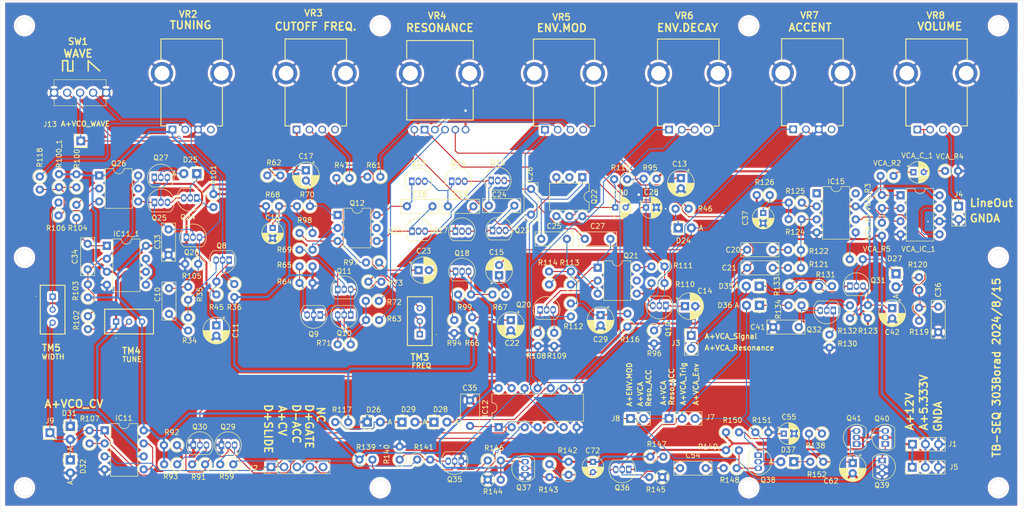
<source format=kicad_pcb>
(kicad_pcb (version 20240108) (generator "pcbnew") (generator_version "8.0")
  (layers (0 "F.Cu" signal) (31 "B.Cu" signal) (34 "B.Paste" user) (35 "F.Paste" user) (36 "B.SilkS" user "B.Silkscreen") (37 "F.SilkS" user "F.Silkscreen") (38 "B.Mask" user) (39 "F.Mask" user) (44 "Edge.Cuts" user))
  (net 0 "")
  (net 1 "GNDA")
  (net 2 "Net-(C35-Pad1)")
  (net 3 "A+ENV_Trig")
  (net 4 "Net-(C54-Pad1)")
  (net 5 "Net-(Q38-E)")
  (net 6 "Net-(Q41-B)")
  (net 7 "Net-(Q36-B)")
  (net 8 "A+12V")
  (net 9 "A+5.333V")
  (net 10 "Net-(D28-K)")
  (net 11 "Net-(D28-A)")
  (net 12 "A+VCO_CV")
  (net 13 "Net-(D37-K)")
  (net 14 "A+VCA_Env")
  (net 15 "A+CV")
  (net 16 "Net-(IC11A--)")
  (net 17 "Net-(IC11B-+)")
  (net 18 "Net-(Q30-C)")
  (net 19 "Net-(Q35-C)")
  (net 20 "Net-(Q29-C)")
  (net 21 "Net-(VR7-CCW)")
  (net 22 "A+ENV.MOD")
  (net 23 "D-ACC")
  (net 25 "D+GATE")
  (net 26 "D+SLIDE")
  (net 27 "A+VCA_Trig")
  (net 28 "A+VCA-Reso_ACC")
  (net 29 "Net-(Q29-B)")
  (net 30 "Net-(Q30-B)")
  (net 31 "Net-(Q35-B)")
  (net 32 "Net-(Q37-B)")
  (net 33 "Net-(Q38-B)")
  (net 34 "Net-(Q40-B)")
  (net 37 "Net-(Q36-E)")
  (net 38 "Net-(D26-A)")
  (net 39 "Net-(VR6-CCW)")
  (net 40 "A+VCO_SAW")
  (net 41 "Net-(C10-Pad1)")
  (net 42 "Net-(Q8-E)")
  (net 43 "Net-(Q25-E)")
  (net 44 "Net-(IC11_1A--)")
  (net 45 "Net-(C34-Pad2)")
  (net 46 "Net-(D25-A)")
  (net 47 "Net-(D25-K)")
  (net 48 "Net-(VR4-CCW_2)")
  (net 49 "Net-(Q8-B)")
  (net 50 "A+VCO_SQU")
  (net 51 "Net-(Q24-E)")
  (net 52 "Net-(Q25-C)")
  (net 53 "Net-(Q26-B2)")
  (net 55 "Net-(Q26-E)")
  (net 56 "Net-(TM4-WIPER)")
  (net 57 "Net-(TM5-CCW)")
  (net 58 "Net-(VR2-WIPER)")
  (net 60 "Net-(IC11_1B-+)")
  (net 61 "A+VCO_WAVE")
  (net 62 "A+VCA_Signal")
  (net 63 "Net-(Q19-E)")
  (net 64 "Net-(C15-Pad1)")
  (net 65 "A+VCA_Resonance")
  (net 66 "Net-(C16-Pad1)")
  (net 67 "Net-(C17-Pad1)")
  (net 68 "Net-(Q12-B1)")
  (net 69 "Net-(Q12-C1)")
  (net 70 "Net-(Q12-C2)")
  (net 71 "Net-(Q15-B)")
  (net 72 "Net-(Q13-B)")
  (net 73 "Net-(C20-Pad2)")
  (net 74 "Net-(C21-Pad2)")
  (net 75 "Net-(C22-Pad1)")
  (net 76 "Net-(C23-Pad1)")
  (net 77 "Net-(Q18-E)")
  (net 78 "Net-(Q17-B)")
  (net 79 "Net-(Q14-B)")
  (net 80 "Net-(Q21-B2)")
  (net 81 "Net-(Q16-B)")
  (net 82 "Net-(Q22-E2)")
  (net 83 "Net-(Q21-B1)")
  (net 84 "Net-(Q19-C)")
  (net 85 "Net-(C29-Pad1)")
  (net 86 "Net-(Q22-B12)")
  (net 87 "Net-(C36-Pad2)")
  (net 88 "Net-(C37-Pad1)")
  (net 89 "Net-(Q32-B)")
  (net 90 "Net-(Q31-B)")
  (net 91 "Net-(D24-K)")
  (net 92 "Net-(D27-K)")
  (net 93 "Net-(D27-A)")
  (net 94 "Net-(D35-K)")
  (net 95 "Net-(D36-K)")
  (net 96 "Net-(IC15--)")
  (net 97 "A+VCA_Control")
  (net 98 "Net-(VCA_IC_1A-+)")
  (net 99 "Net-(IC15-+)")
  (net 102 "A+LineOut")
  (net 103 "Net-(Q10-C)")
  (net 104 "Net-(Q9-B)")
  (net 105 "Net-(Q10-B)")
  (net 106 "Net-(Q10-E)")
  (net 107 "Net-(Q11-C)")
  (net 108 "Net-(Q12-B2)")
  (net 110 "Net-(Q12-E)")
  (net 111 "Net-(Q18-B)")
  (net 112 "Net-(Q19-B)")
  (net 113 "Net-(Q20-B)")
  (net 114 "Net-(Q20-C)")
  (net 115 "Net-(Q20-E)")
  (net 117 "Net-(Q21-C1)")
  (net 119 "Net-(Q31-E)")
  (net 120 "Net-(Q32-C)")
  (net 121 "Net-(Q32-E)")
  (net 122 "Net-(VR4-CW_2)")
  (net 123 "Net-(VR3-CW)")
  (net 124 "Net-(VR5-CW)")
  (net 125 "Net-(VR5-WIPER)")
  (net 126 "Net-(VR4-WIPER_2)")
  (net 127 "Net-(TM3-CCW)")
  (net 128 "Net-(R131-Pad2)")
  (net 129 "Net-(TM3-CW)")
  (net 130 "Net-(VR8-CCW)")
  (net 131 "Net-(VCA_C_1-Pad1)")
  (net 132 "Net-(VCA_IC_1A--)")
  (net 133 "Net-(VCA_IC_1B-+)")
  (net 134 "Net-(VCA_IC_1-Pad1)")
  (footprint "Capacitor_THT:CP_Radial_D5.0mm_P2.00mm" (layer "F.Cu") (at 77.98 103.29 -90)
    (property "Reference" "C11")
    (property "Value" "1uF/50V")
  )
  (footprint "Capacitor_THT:CP_Radial_D4.0mm_P2.00mm" (layer "F.Cu") (at 88.98 84.25 -90)
    (property "Reference" "C16")
    (property "Value" "10uF/16V")
  )
  (footprint "Resistor_THT:R_Axial_DIN0207_L6.3mm_D2.5mm_P2.54mm_Vertical" (layer "F.Cu") (at 220.34 73.12)
    (property "Reference" "VCA_R4")
    (property "Value" "100K")
  )
  (footprint "Resistor_THT:R_Axial_DIN0207_L6.3mm_D2.5mm_P2.54mm_Vertical" (layer "F.Cu") (at 196.29 124.425 180)
    (property "Reference" "R138")
    (property "Value" "68K")
  )
  (footprint "Resistor_THT:R_Axial_DIN0207_L6.3mm_D2.5mm_P2.54mm_Vertical" (layer "F.Cu") (at 50.65 76.32 90)
    (property "Reference" "R100")
    (property "Value" "1K(TEMPCO)")
  )
  (footprint "Resistor_THT:R_Axial_DIN0207_L6.3mm_D2.5mm_P2.54mm_Vertical" (layer "F.Cu") (at 70.29 126.675 180)
    (property "Reference" "R92")
    (property "Value" "100K")
  )
  (footprint "Package_TO_SOT_THT:TO-92_Inline" (layer "F.Cu") (at 141.23 100.25)
    (property "Reference" "Q20")
    (property "Value" "NPN")
  )
  (footprint "Package_TO_SOT_THT:TO-92_Inline" (layer "F.Cu") (at 125.81 129.815 180)
    (property "Reference" "Q35")
    (property "Value" "NPN")
  )
  (footprint "Package_DIP:DIP-6_W7.62mm" (layer "F.Cu") (at 152.48 92)
    (property "Reference" "Q21")
    (property "Value" "HN4C06J-BL_6P DIP")
  )
  (footprint "Resistor_THT:R_Axial_DIN0207_L6.3mm_D2.5mm_P2.54mm_Vertical" (layer "F.Cu") (at 183.285 124.175)
    (property "Reference" "R151")
    (property "Value" "22K")
  )
  (footprint "Diode_THT:D_A-405_P2.54mm_Vertical_AnodeUp" (layer "F.Cu") (at 114.245 122.175)
    (property "Reference" "D29")
    (property "Value" "D")
  )
  (footprint "Package_DIP:DIP-6_W7.62mm" (layer "F.Cu") (at 101.68 81.725)
    (property "Reference" "Q12")
    (property "Value" "HN4C06J-BL_6P DIP")
  )
  (footprint "Package_TO_SOT_THT:TO-92_Inline" (layer "F.Cu") (at 65.9 79.25)
    (property "Reference" "Q25")
    (property "Value" "NPN")
  )
  (footprint "Resistor_THT:R_Axial_DIN0207_L6.3mm_D2.5mm_P2.54mm_Vertical" (layer "F.Cu") (at 77.42 77.64 -90)
    (property "Reference" "R101")
    (property "Value" "10K")
  )
  (footprint "Resistor_THT:R_Axial_DIN0207_L6.3mm_D2.5mm_P2.54mm_Vertical" (layer "F.Cu") (at 189.955 95.62)
    (property "Reference" "R133")
    (property "Value" "2.2K")
  )
  (footprint "Capacitor_THT:C_Rect_L7.2mm_W2.5mm_P5.00mm_FKS2_FKP2_MKS2_MKP2" (layer "F.Cu") (at 149.96 86.39)
    (property "Reference" "C27")
    (property "Value" "0.1uF")
  )
  (footprint "Resistor_THT:R_Axial_DIN0207_L6.3mm_D2.5mm_P2.54mm_Vertical" (layer "F.Cu") (at 72.48 101.745 -90)
    (property "Reference" "R34")
    (property "Value" "10K")
  )
  (footprint "Package_TO_SOT_THT:TO-92_Inline" (layer "F.Cu") (at 131.69 75)
    (property "Reference" "Q16")
    (property "Value" "NPN")
  )
  (footprint "Capacitor_THT:CP_Radial_D5.0mm_P2.00mm" (layer "F.Cu") (at 95.48 73 -90)
    (property "Reference" "C17")
    (property "Value" "1uF/50V")
  )
  (footprint "Resistor_THT:R_Axial_DIN0207_L6.3mm_D2.5mm_P2.54mm_Vertical" (layer "F.Cu") (at 94.23 95)
    (property "Reference" "R64")
    (property "Value" "10K")
  )
  (footprint "Connector_PinHeader_2.54mm:PinHeader_1x03_P2.54mm_Vertical" (layer "F.Cu") (at 213.96 126.5 90)
    (property "Reference" "J1")
    (property "Value" "Conn_01x03_Pin")
  )
  (footprint "Resistor_THT:R_Axial_DIN0207_L6.3mm_D2.5mm_P2.54mm_Vertical" (layer "F.Cu") (at 107.69 94.75)
    (property "Reference" "R73")
    (property "Value" "100K")
  )
  (footprint "Resistor_THT:R_Axial_DIN0207_L6.3mm_D2.5mm_P2.54mm_Vertical" (layer "F.Cu") (at 109.73 98.5 180)
    (property "Reference" "R72")
    (property "Value" "100K")
  )
  (footprint "Package_TO_SOT_THT:TO-92_Inline" (layer "F.Cu") (at 65.88 74.39)
    (property "Reference" "Q27")
    (property "Value" "PNP")
  )
  (footprint "Resistor_THT:R_Axial_DIN0207_L6.3mm_D2.5mm_P2.54mm_Vertical" (layer "F.Cu") (at 179.62 131.175 180)
    (property "Reference" "R148")
    (property "Value" "10K")
  )
  (footprint "Capacitor_THT:C_Rect_L7.2mm_W2.5mm_P5.00mm_FKS2_FKP2_MKS2_MKP2" (layer "F.Cu") (at 68.73 101.04 90)
    (property "Reference" "C10")
    (property "Value" "0.01uF")
  )
  (footprint "Resistor_THT:R_Axial_DIN0207_L6.3mm_D2.5mm_P2.54mm_Vertical" (layer "F.Cu") (at 143.045 130.385 -90)
    (property "Reference" "R143")
    (property "Value" "10K")
  )
  (footprint "Resistor_THT:R_Axial_DIN0207_L6.3mm_D2.5mm_P2.54mm_Vertical" (layer "F.Cu") (at 47.25 76.29 90)
    (property "Reference" "R100_1")
    (property "Value" "1K(TEMPCO)")
  )
  (footprint "Resistor_THT:R_Axial_DIN0207_L6.3mm_D2.5mm_P2.54mm_Vertical" (layer "F.Cu") (at 109.775 102.25 180)
    (property "Reference" "R63")
    (property "Value" "220K")
  )
  (footprint "Resistor_THT:R_Axial_DIN0207_L6.3mm_D2.5mm_P2.54mm_Vertical" (layer "F.Cu") (at 103.98 74.5 180)
    (property "Reference" "R47")
    (property "Value" "10K")
  )
  (footprint "Resistor_THT:R_Axial_DIN0207_L6.3mm_D2.5mm_P2.54mm_Vertical" (layer "F.Cu") (at 140.77 104.75 -90)
    (property "Reference" "R108")
    (property "Value" "2.2K")
  )
  (footprint "Resistor_THT:R_Axial_DIN0207_L6.3mm_D2.5mm_P2.54mm_Vertical" (layer "F.Cu") (at 205.25 101.87 90)
    (property "Reference" "R123")
    (property "Value" "1.5M")
  )
  (footprint "SamacSys_Parts:2MS1T1B4VS2QES" (layer "F.Cu") (at 53.915 57.83 -90)
    (property "Reference" "SW1")
    (property "Value" "2MS1T1B4VS2QES" (hide yes))
  )
  (footprint "Connector_PinHeader_2.54mm:PinHeader_1x01_P2.54mm_Vertical" (layer "F.Cu") (at 51.5 67.25)
    (property "Reference" "J13")
    (property "Value" "Conn_01x01_Pin")
  )
  (footprint "Resistor_THT:R_Axial_DIN0207_L6.3mm_D2.5mm_P2.54mm_Vertical" (layer "F.Cu") (at 177.535 127.675)
    (property "Reference" "R149")
    (property "Value" "10K")
  )
  (footprint "Resistor_THT:R_Axial_DIN0207_L6.3mm_D2.5mm_P2.54mm_Vertical" (layer "F.Cu") (at 125.21 97.25)
    (property "Reference" "R99")
    (property "Value" "100K")
  )
  (footprint "Resistor_THT:R_Axial_DIN0207_L6.3mm_D2.5mm_P2.54mm_Vertical" (layer "F.Cu") (at 124.46 102.25 -90)
    (property "Reference" "R94")
    (property "Value" "10K")
  )
  (footprint "Capacitor_THT:CP_Radial_D4.0mm_P2.00mm" (layer "F.Cu") (at 151.545 129.9524 -90)
    (property "Reference" "C72")
    (property "Value" "10uF/16V")
  )
  (footprint "Connector_PinHeader_2.54mm:PinHeader_1x02_P2.54mm_Vertical" (layer "F.Cu") (at 222.995 80.01)
    (property "Reference" "J4")
    (property "Value" "Conn_01x02_Pin")
  )
  (footprint "Capacitor_THT:CP_Radial_D4.0mm_P2.00mm" (layer "F.Cu") (at 161.92 80.25)
    (property "Reference" "C28")
    (property "Value" "47uF/16V")
  )
  (footprint "Resistor_THT:R_Axial_DIN0207_L6.3mm_D2.5mm_P2.54mm_Vertical" (layer "F.Cu") (at 177.54 124.175)
    (property "Reference" "R150")
    (property "Value" "22")
  )
  (footprint "Resistor_THT:R_Axial_DIN0207_L6.3mm_D2.5mm_P2.54mm_Vertical" (layer "F.Cu") (at 87.94 74)
    (property "Reference" "R62")
    (property "Value" "220K")
  )
  (footprint "Resistor_THT:R_Axial_DIN0207_L6.3mm_D2.5mm_P2.54mm_Vertical" (layer "F.Cu") (at 105.935 129.5)
    (property "Reference" "R139")
    (property "Value" "100K")
  )
  (footprint "Capacitor_THT:CP_Radial_D5.0mm_P2.00mm" (layer "F.Cu") (at 117.48 92.5)
    (property "Reference" "C23")
    (property "Value" "1uF/50V")
  )
  (footprint "Package_TO_SOT_THT:TO-92_Inline" (layer "F.Cu") (at 124.71 92.75)
    (property "Reference" "Q18")
    (property "Value" "NPN")
  )
  (footprint "Package_DIP:DIP-6_W7.62mm" (layer "F.Cu") (at 55.1 74.005)
    (property "Reference" "Q26")
    (property "Value" "HN4C06J-BL_6P DIP")
  )
  (footprint "Package_TO_SOT_THT:TO-92_Inline" (layer "F.Cu") (at 79 126.675)
    (property "Reference" "Q29")
    (property "Value" "NPN")
  )
  (footprint "Capacitor_THT:C_Rect_L7.2mm_W2.5mm_P5.00mm_FKS2_FKP2_MKS2_MKP2" (layer "F.Cu") (at 181.67 88.5)
    (property "Reference" "C20")
    (property "Value" "0.01uF")
  )
  (footprint "Resistor_THT:R_Axial_DIN0207_L6.3mm_D2.5mm_P2.54mm_Vertical" (layer "F.Cu") (at 43.5 74.21 -90)
    (property "Reference" "R118")
    (property "Value" "100K")
  )
  (footprint "Resistor_THT:R_Axial_DIN0207_L6.3mm_D2.5mm_P2.54mm_Vertical" (layer "F.Cu") (at 74.44 91.28 180)
    (property "Reference" "R105")
    (property "Value" "10K")
  )
  (footprint "Resistor_THT:R_Axial_DIN0207_L6.3mm_D2.5mm_P2.54mm_Vertical" (layer "F.Cu") (at 103.75 122.175 180)
    (property "Reference" "R117")
    (property "Value" "22K")
  )
  (footprint "Resistor_THT:R_Axial_DIN0207_L6.3mm_D2.5mm_P2.54mm_Vertical" (layer "F.Cu") (at 215.25 93.87 -90)
    (property "Reference" "R120")
    (property "Value" "22K")
  )
  (footprint "Package_TO_SOT_THT:TO-92_Inline" (layer "F.Cu") (at 198.5 100.37 180)
    (property "Reference" "Q32")
    (property "Value" "NPN")
  )
  (footprint "Resistor_THT:R_Axial_DIN0207_L6.3mm_D2.5mm_P2.54mm_Vertical" (layer "F.Cu") (at 50.65 79.735 -90)
    (property "Reference" "R104")
    (property "Value" "2.2K")
  )
  (footprint "Diode_THT:D_A-405_P2.54mm_Vertical_AnodeUp" (layer "F.Cu") (at 107.46 122.175)
    (property "Reference" "D26")
    (property "Value" "D")
  )
  (footprint "SamacSys_Parts:3296W1502A" (layer "F.Cu") (at 117.73 105)
    (property "Reference" "TM3")
    (property "Value" "500K" (hide yes))
  )
  (footprint "SamacSys_Parts:PTV1113420AA103" (layer "F.Cu") (at 69.415 65.025)
    (property "Reference" "VR2")
    (property "Value" "50K(B)" (hide yes))
  )
  (footprint "Package_TO_SOT_THT:TO-92_Inline" (layer "F.Cu") (at 73.5 126.675)
    (property "Reference" "Q30")
    (property "Value" "NPN")
  )
  (footprint "Resistor_THT:R_Axial_DIN0207_L6.3mm_D2.5mm_P2.54mm_Vertical" (layer "F.Cu") (at 70.335 130.425 180)
    (property "Reference" "R93")
    (property "Value" "100K")
  )
  (footprint "Resistor_THT:R_Axial_DIN0207_L6.3mm_D2.5mm_P2.54mm_Vertical" (layer "F.Cu") (at 146.79 132.465 90)
    (property "Reference" "R142")
    (property "Value" "10K")
  )
  (footprint "Resistor_THT:R_Axial_DIN0207_L6.3mm_D2.5mm_P2.54mm_Vertical" (layer "F.Cu") (at 81.29 130.425 180)
    (property "Reference" "R59")
    (property "Value" "100K")
  )
  (footprint "Resistor_THT:R_Axial_DIN0207_L6.3mm_D2.5mm_P2.54mm_Vertical" (layer "F.Cu") (at 72.48 98.29 90)
    (property "Reference" "R35")
    (property "Value" "100K")
  )
  (footprint "Package_TO_SOT_THT:TO-92_Inline" (layer "F.Cu") (at 116.17 75.14)
    (property "Reference" "Q13")
    (property "Value" "NPN")
  )
  (footprint "Capacitor_THT:CP_Radial_D5.0mm_P2.00mm" (layer "F.Cu") (at 202.29 130.175 -90)
    (property "Reference" "C62")
    (property "Value" "1uF/50V")
  )
  (footprint "Connector_PinHeader_2.54mm:PinHeader_1x02_P2.54mm_Vertical" (layer "F.Cu") (at 158.89 121.48 90)
    (property "Reference" "J8")
    (property "Value" "Conn_01x02_Pin")
  )
  (footprint "Capacitor_THT:C_Rect_L7.2mm_W2.5mm_P5.00mm_FKS2_FKP2_MKS2_MKP2" (layer "F.Cu") (at 173.58 131.175 180)
    (property "Reference" "C54")
    (property "Value" "0.047uF")
  )
  (footprint "Package_TO_SOT_THT:TO-92_Inline" (layer "F.Cu") (at 208.65 126.445 90)
    (property "Reference" "Q40")
    (property "Value" "NPN")
  )
  (footprint "Capacitor_THT:C_Rect_L7.2mm_W2.5mm_P5.00mm_FKS2_FKP2_MKS2_MKP2" (layer "F.Cu") (at 219 104.62 90)
    (property "Reference" "C36")
    (property "Value" "0.033uF")
  )
  (footprint "Resistor_THT:R_Axial_DIN0207_L6.3mm_D2.5mm_P2.54mm_Vertical" (layer "F.Cu") (at 94.23 88.5)
    (property "Reference" "R69")
    (property "Value" "2.2K")
  )
  (footprint "Resistor_THT:R_Axial_DIN0207_L6.3mm_D2.5mm_P2.54mm_Vertical" (layer "F.Cu") (at 94.235 91.75)
    (property "Reference" "R65")
    (property "Value" "10K")
  )
  (footprint "SamacSys_Parts:PTV1124420AA504" (layer "F.Cu") (at 118.665 65.05)
    (property "Reference" "VR4")
    (property "Value" "50K(B)2連" (hide yes))
  )
  (footprint "Resistor_THT:R_Axial_DIN0207_L6.3mm_D2.5mm_P2.54mm_Vertical" (layer "F.Cu") (at 81.5 95.21 -90)
    (property "Reference" "R36")
    (property "Value" "10K")
  )
  (footprint "Package_DIP:DIP-6_W7.62mm" (layer "F.Cu") (at 149.485 74.34 -90)
    (property "Reference" "Q22")
    (property "Value" "DMMT3906_6P DIP")
  )
  (footprint "Resistor_THT:R_Axial_DIN0207_L6.3mm_D2.5mm_P2.54mm_Vertical" (layer "F.Cu") (at 47.15 81.82 90)
    (property "Reference" "R106")
    (property "Value" "27K")
  )
  (footprint "Resistor_THT:R_Axial_DIN0207_L6.3mm_D2.5mm_P2.54mm_Vertical" (layer "F.Cu") (at 192.17 92.05 180)
    (property "Reference" "R121")
    (property "Value" "220K")
  )
  (footprint "Diode_THT:D_A-405_P2.54mm_Vertical_AnodeUp" (layer "F.Cu") (at 49.47 129.565 -90)
    (property "Reference" "D32")
    (property "Value" "D")
  )
  (footprint "Diode_THT:D_A-405_P2.54mm_Vertical_AnodeUp" (layer "F.Cu") (at 210.75 93.205 -90)
    (property "Reference" "D27")
    (property "Value" "D")
  )
  (footprint "Package_DIP:DIP-8_W7.62mm" (layer "F.Cu") (at 56.17 123.805)
    (property "Reference" "IC11")
    (property "Value" "AN6562")
  )
  (footprint "SamacSys_Parts:PTV1113420AA103" (layer "F.Cu") (at 93.665 65.025)
    (property "Reference" "VR3")
    (property "Value" "50K(A)" (hide yes))
  )
  (footprint "Capacitor_THT:CP_Radial_D5.0mm_P2.00mm" (layer "F.Cu") (at 168.73 74.5 -90)
    (property "Reference" "C13")
    (property "Value" "1uF/50V")
  )
  (footprint "Capacitor_THT:C_Rect_L7.2mm_W3.5mm_P5.00mm_FKS2_FKP2_MKS2_MKP2" (layer "F.Cu") (at 127.54 122.925 90)
    (property "Reference" "C35")
    (property "Value" "0.22uF")
  )
  (footprint "Package_TO_SOT_THT:TO-92_Inline" (layer "F.Cu") (at 74.17 78.39 180)
    (property "Reference" "Q24")
    (property "Value" "NPN")
  )
  (footprint "Capacitor_THT:C_Rect_L7.2mm_W2.5mm_P5.00mm_FKS2_FKP2_MKS2_MKP2" (layer "F.Cu") (at 181.67 92.05)
    (property "Reference" "C21")
    (property "Value" "0.01uF")
  )
  (footprint "Package_TO_SOT_THT:TO-92_Inline" (layer "F.Cu") (at 138.295 132.465 90)
    (property "Reference" "Q37")
    (property "Value" "NPN")
  )
  (footprint "Capacitor_THT:CP_Radial_D4.0mm_P2.00mm" (layer "F.Cu") (at 214.1574 73.37)
    (property "Reference" "VCA_C_1")
    (property "Value" "10uF/16V")
  )
  (footprint "Capacitor_THT:C_Rect_L7.2mm_W2.5mm_P5.00mm_FKS2_FKP2_MKS2_MKP2" (layer "F.Cu") (at 131.21 79.89)
    (property "Reference" "C24")
    (property "Value" "0.033uF")
  )
  (footprint "SamacSys_Parts:PTV1113420AA103" (layer "F.Cu") (at 166.415 65.05)
    (property "Reference" "VR6")
    (property "Value" "1M(A)" (hide yes))
  )
  (footprint "Resistor_THT:R_Axial_DIN0207_L6.3mm_D2.5mm_P2.54mm_Vertical" (layer "F.Cu") (at 110.025 74.25 180)
    (property "Reference" "R61")
    (property "Value" "10K")
  )
  (footprint "Resistor_THT:R_Axial_DIN0207_L6.3mm_D2.5mm_P2.54mm_Vertical" (layer "F.Cu") (at 162.755 128.925)
    (property "Reference" "R147")
    (property "Value" "22")
  )
  (footprint "Resistor_THT:R_Axial_DIN0207_L6.3mm_D2.5mm_P2.54mm_Vertical" (layer "F.Cu") (at 195.705 95.62)
    (property "Reference" "R131")
    (property "Value" "220K")
  )
  (footprint "Capacitor_THT:CP_Radial_D4.0mm_P2.00mm" (layer "F.Cu") (at 188.83 124.425)
    (property "Reference" "C55")
    (property "Value" "47uF/16V")
  )
  (footprint "Package_TO_SOT_THT:TO-92_Inline" (layer "F.Cu") (at 80.48 90.54 180)
    (property "Reference" "Q8")
    (property "Value" "PNP")
  )
  (footprint "Diode_THT:D_A-405_P2.54mm_Vertical_AnodeUp" (layer "F.Cu") (at 49.47 123 -90)
    (property "Reference" "D31")
    (property "Value" "D")
  )
  (footprint "Capacitor_THT:CP_Radial_D5.0mm_P2.00mm" (layer "F.Cu") (at 133.21 93.5 90)
    (property "Reference" "C15")
    (property "Value" "1uF/50V")
  )
  (footprint "Diode_THT:D_A-405_P2.54mm_Vertical_AnodeUp" (layer "F.Cu") (at 184.085 99.37 180)
    (property "Reference" "D36")
    (property "Value" "D")
  )
  (footprint "Resistor_THT:R_Axial_DIN0207_L6.3mm_D2.5mm_P2.54mm_Vertical" (layer "F.Cu") (at 53.22 126.355 90)
    (property "Reference" "R107")
    (property "Value" "2.2K")
  )
  (footprint "Resistor_THT:R_Axial_DIN0207_L6.3mm_D2.5mm_P2.54mm_Vertical" (layer "F.Cu") (at 96.275 80 180)
    (property "Reference" "R70")
    (property "Value" "2.2K")
  )
  (footprint "Package_DIP:DIP-14_W7.62mm" (layer "F.Cu") (at 133.13 123.175 90)
    (property "Reference" "IC12")
    (property "Value" "4066")
  )
  (footprint "Package_TO_SOT_THT:TO-92_Inline" (layer "F.Cu") (at 165.8 99.415 180)
    (property "Reference" "Q19")
    (property "Value" "NPN")
  )
  (footprint "Resistor_THT:R_Axial_DIN0207_L6.3mm_D2.5mm_P2.54mm_Vertical" (layer "F.Cu") (at 109.77 91 180)
    (property "Reference" "R97")
    (property "Value" "10K")
  )
  (footprint "Capacitor_THT:CP_Radial_D4.0mm_P2.00mm" (layer "F.Cu") (at 155.92 80.25)
    (property "Reference" "C30")
    (property "Value" "10uF/16V")
  )
  (footprint "Package_TO_SOT_THT:TO-92_Inline" (layer "F.Cu") (at 131.94 84.75)
    (property "Reference" "Q23")
    (property "Value" "NPN")
  )
  (footprint "SamacSys_Parts:3296W1502A" (layer "F.Cu") (at 58.4 102.54 -90)
    (property "Reference" "TM4")
    (property "Value" "50K" (hide yes))
  )
  (footprint "Resistor_THT:R_Axial_DIN0207_L6.3mm_D2.5mm_P2.54mm_Vertical" (layer "F.Cu") (at 52.9 101.485 -90)
    (property "Reference" "R102")
    (property "Value" "100K")
  )
  (footprint "Resistor_THT:R_Axial_DIN0207_L6.3mm_D2.5mm_P2.54mm_Vertical" (layer "F.Cu") (at 192.17 88.55 180)
    (property "Reference" "R122")
    (property "Value" "100K")
  )
  (footprint "Resistor_THT:R_Axial_DIN0207_L6.3mm_D2.5mm_P2.54mm_Vertical" (layer "F.Cu") (at 210.27 74.09 180)
    (property "Reference" "VCA_R2")
    (property "Value" "100")
  )
  (footprint "Capacitor_THT:CP_Radial_D5.0mm_P2.00mm" (layer "F.Cu") (at 169.53 99.525)
    (property "Reference" "C14")
    (property "Value" "1uF/50V")
  )
  (footprint "Resistor_THT:R_Axial_DIN0207_L6.3mm_D2.5mm_P2.54mm_Vertical" (layer "F.Cu") (at 147.23 95.295 90)
    (property "Reference" "R113")
    (property "Value" "100K")
  )
  (footprint "Package_TO_SOT_THT:TO-92_Inline" (layer "F.Cu") (at 123.96 75.14)
    (property "Reference" "Q14")
    (property "Value" "NPN")
  )
  (footprint "Connector_PinHeader_2.54mm:PinHeader_1x03_P2.54mm_Vertical" (layer "F.Cu") (at 213.92 131 90)
    (property "Reference" "J5")
    (property "Value" "Conn_01x03_Pin")
  )
  (footprint "Capacitor_THT:C_Rect_L7.2mm_W2.5mm_P5.00mm_FKS2_FKP2_MKS2_MKP2" (layer "F.Cu") (at 186.75 103.62)
    (property "Reference" "C41")
    (property "Value" "0.1uF")
  )
  (footprint "Capacitor_THT:C_Rect_L7.2mm_W2.5mm_P5.00mm_FKS2_FKP2_MKS2_MKP2" (layer "F.Cu") (at 139.46 76.64 -90)
    (property "Reference" "C26")
    (property "Value" "0.033uF")
  )
  (footprint "Resistor_THT:R_Axial_DIN0207_L6.3mm_D2.5mm_P2.54mm_Vertical" (layer "F.Cu") (at 131.915 97.25)
    (property "Reference" "R67")
    (property "Value" "2.2K")
  )
  (footprint "Diode_THT:D_A-405_P2.54mm_Vertical_AnodeUp" (layer "F.Cu") (at 74.17 73.64 180)
    (property "Reference" "D25")
    (property "Value" "D")
  )
  (footprint "Resistor_THT:R_Axial_DIN0207_L6.3mm_D2.5mm_P2.54mm_Vertical" (layer "F.Cu") (at 165.53 95.025 180)
    (property "Reference" "R110")
    (property "Value" "22K")
  )
  (footprint "SamacSys_Parts:PTV1113420AA103" (layer "F.Cu") (at 214.915 65.025)
    (property "Reference" "VR8")
    (property "Value" "10K(B)" (hide yes))
  )
  (footprint "Resistor_THT:R_Axial_DIN0207_L6.3mm_D2.5mm_P2.54mm_Vertical" (layer "F.Cu") (at 208 83.24 -90)
    (property "Reference" "VCA_R1")
    (property "Value" "10K")
  )
  (footprint "Resistor_THT:R_Axial_DIN0207_L6.3mm_D2.5mm_P2.54mm_Vertical" (layer "F.Cu") (at 143.98 104.75 -90)
    (property "Reference" "R109")
    (property "Value" "10K")
  )
  (footprint "Resistor_THT:R_Axial_DIN0207_L6.3mm_D2.5mm_P2.54mm_Vertical" (layer "F.Cu") (at 196.54 129.925 180)
    (property "Reference" "R152")
    (property "Value" "100")
  )
  (footprint "Package_DIP:DIP-8_W7.62mm" (layer "F.Cu") (at 56.6 87.73)
    (property "Reference" "IC11_1")
    (property "Value" "AN6562")
  )
  (footprint "Resistor_THT:R_Axial_DIN0207_L6.3mm_D2.5mm_P2.54mm_Vertical" (layer "F.Cu") (at 192.3 82.55 180)
    (property "Reference" "R124")
    (property "Value" "2.2K")
  )
  (footprint "Resistor_THT:R_Axial_DIN0207_L6.3mm_D2.5mm_P2.54mm_Vertical" (layer "F.Cu") (at 131 129.675)
    (property "Reference" "R146")
    (property "Value" "22K")
  )
  (footprint "Resistor_THT:R_Axial_DIN0207_L6.3mm_D2.5mm_P2.54mm_Vertical" (layer "F.Cu") (at 215.25 99.825 -90)
    (property "Reference" "R119")
    (property "Value" "47K")
  )
  (footprint "Package_TO_SOT_THT:TO-92_Inline" (layer "F.Cu") (at 208.04 129.675 -90)
    (property "Reference" "Q39")
    (property "Value" "NJFET")
  )
  (footprint "Package_DIP:DIP-8_W7.62mm" (layer "F.Cu") (at 195.25 77.5)
    (property "Reference" "IC15")
    (property "Value" "CA3080A")
  )
  (footprint "Package_TO_SOT_THT:TO-92_Inline" (layer "F.Cu") (at 183.83 128.655 -90)
    (property "Reference" "Q38")
    (property "Value" "PNP")
  )
  (footprint "Resistor_THT:R_Axial_DIN0207_L6.3mm_D2.5mm_P2.54mm_Vertical" (layer "F.Cu") (at 165.53 91.775 180)
    (property "Reference" "R111")
    (property "Value" "22K")
  )
  (footprint "Resistor_THT:R_Axial_DIN0207_L6.3mm_D2.5mm_P2.54mm_Vertical" (layer "F.Cu") (at 170.23 80.5 180)
    (property "Reference" "R46")
    (property "Value" "47K")
  )
  (footprint "Package_TO_SOT_THT:TO-92_Inline" (layer "F.Cu") (at 72.15 86.08)
    (property "Reference" "Q28")
    (property "Value" "NJFET")
  )
  (footprint "Connector_PinHeader_2.54mm:PinHeader_1x01_P2.54mm_Vertical" (layer "F.Cu") (at 45.47 124.25)
    (property "Reference" "J9")
    (property "Value" "Conn_01x01_Pin")
  )
  (footprint "Resistor_THT:R_Axial_DIN0207_L6.3mm_D2.5mm_P2.54mm_Vertical" (layer "F.Cu") (at 117.21 129.5)
    (property "Reference" "R141")
    (property "Value" "100K")
  )
  (footprint "Connector_PinHeader_2.54mm:PinHeader_1x02_P2.54mm_Vertical" (layer "F.Cu") (at 170.75 105.25)
    (property "Reference" "J3")
    (property "Value" "Conn_01x02_Pin")
  )
  (footprint "Capacitor_THT:CP_Radial_D5.0mm_P2.00mm" (layer "F.Cu") (at 153.03 101.275 -90)
    (property "Reference" "C29")
    (property "Value" "1uF/50V")
  )
  (footprint "Capacitor_THT:CP_Radial_D4.0mm_P2.00mm" (layer "F.Cu") (at 184.8 81.3274 -90)
    (property "Reference" "C37")
    (property "Value" "10uF/16V")
  )
  (footprint "SamacSys_Parts:PTV1113420AA103" (layer "F.Cu") (at 190.665 64.98)
    (property "Reference" "VR7")
    (property "Value" "50K(B)" (hide yes))
  )
  (footprint "Resistor_THT:R_Axial_DIN0207_L6.3mm_D2.5mm_P2.54mm_Vertical" (layer "F.Cu") (at 208 77.825 -90)
    (property "Reference" "VCA_R3")
    (property "Value" "100K")
  )
  (footprint "Resistor_THT:R_Axial_DIN0207_L6.3mm_D2.5mm_P2.54mm_Vertical" (layer "F.Cu") (at 131 133.425)
    (property "Reference" "R144")
    (property "Value" "10K")
  )
  (footprint "Capacitor_THT:C_Rect_L7.2mm_W2.5mm_P5.00mm_FKS2_FKP2_MKS2_MKP2" (layer "F.Cu") (at 115.21 80.03)
    (property "Reference" "C18")
    (property "Value" "0.018uF")
  )
  (footprint "Resistor_THT:R_Axial_DIN0207_L6.3mm_D2.5mm_P2.54mm_Vertical" (layer "F.Cu") (at 158.28 103.525 90)
    (property "Reference" "R116")
    (property "Value" "10K")
  )
  (footprint "Resistor_THT:R_Axial_DIN0207_L6.3mm_D2.5mm_P2.54mm_Vertical" (layer "F.Cu") (at 113.79 129.5 90)
    (property "Reference" "R140")
    (property "Value" "100K")
  )
  (footprint "Package_TO_SOT_THT:TO-92_Inline" (layer "F.Cu") (at 98.27 101.25 180)
    (property "Reference" "Q9")
    (property "Value" "PNP")
  )
  (footprint "Capacitor_THT:CP_Radial_D5.0mm_P2.00mm" (layer "F.Cu") (at 210 99.9149 -90)
    (property "Reference" "C42")
    (property "Value" "1uF/50V")
  )
  (footprint "Resistor_THT:R_Axial_DIN0207_L6.3mm_D2.5mm_P2.54mm_Vertical" (layer "F.Cu") (at 201.75 101.91 90)
    (property "Reference" "R132")
    (property "Value" "100")
  )
  (footprint "Resistor_THT:R_Axial_DIN0207_L6.3mm_D2.5mm_P2.54mm_Vertical" (layer "F.Cu") (at 142.98 95.295 90)
    (property "Reference" "R114")
    (property "Value" "100K")
  )
  (footprint "Resistor_THT:R_Axial_DIN0207_L6.3mm_D2.5mm_P2.54mm_Vertical" (layer "F.Cu") (at 75.79 130.425 180)
    (property "Reference" "R91")
    (property "Value" "1M")
  )
  (footprint "Resistor_THT:R_Axial_DIN0207_L6.3mm_D2.5mm_P2.54mm_Vertical" (layer "F.Cu") (at 192.29 99.37 180)
    (property "Reference" "R134")
    (property "Value" "22K")
  )
  (footprint "Resistor_THT:R_Axial_DIN0207_L6.3mm_D2.5mm_P2.54mm_Vertical" (layer "F.Cu") (at 127.96 104.25 90)
    (property "Reference" "R66")
    (property "Value" "100K")
  )
  (footprint "Resistor_THT:R_Axial_DIN0207_L6.3mm_D2.5mm_P2.54mm_Vertical" (layer "F.Cu") (at 163.49 104.275 -90)
    (property "Reference" "R96")
    (property "Value" "10K")
  )
  (footprint "Resistor_THT:R_Axial_DIN0207_L6.3mm_D2.5mm_P2.54mm_Vertical" (layer "F.Cu") (at 201.71 90.37)
    (property "Reference" "VCA_R5")
    (property "Value" "47K")
  )
  (footprint "Resistor_THT:R_Axial_DIN0207_L6.3mm_D2.5mm_P2.54mm_Vertical" (layer "F.Cu") (at 104.23 107 180)
    (property "Reference" "R71")
    (property "Value" "2.2K")
  )
  (footprint "Capacitor_THT:C_Rect_L7.2mm_W2.5mm_P5.00mm_FKS2_FKP2_MKS2_MKP2" (layer "F.Cu") (at 141.46 86.39)
    (property "Reference" "C25")
    (property "Value" "0.1uF")
  )
  (footprint "Resistor_THT:R_Axial_DIN0207_L6.3mm_D2.5mm_P2.54mm_Vertical" (layer "F.Cu") (at 78 97.25 90)
    (property "Reference" "R45")
    (property "Value" "22K")
  )
  (footprint "Resistor_THT:R_Axial_DIN0207_L6.3mm_D2.5mm_P2.54mm_Vertical" (layer "F.Cu") (at 197.75 105.08 -90)
    (property "Reference" "R130")
    (property "Value" "100")
  )
  (footprint "Capacitor_THT:C_Rect_L7.2mm_W2.5mm_P5.00mm_FKS2_FKP2_MKS2_MKP2" (layer "F.Cu") (at 123.21 80.03)
    (property "Reference" "C19")
    (property "Value" "0.033uF")
  )
  (footprint "Connector_PinHeader_2.54mm:PinHeader_1x03_P2.54mm_Vertical" (layer "F.Cu") (at 166.415 121.48 90)
    (property "Reference" "J7")
    (property "Value" "Conn_01x03_Pin")
  )
  (footprint "Package_TO_SOT_THT:TO-92_Inline" (layer "F.Cu") (at 158.545 131.425 180)
    (property "Reference" "Q36")
    (property "Value" "PNP")
  )
  (footprint "Diode_THT:D_A-405_P2.54mm_Vertical_AnodeUp" (layer "F.Cu") (at 184.04 95.62 180)
    (property "Reference" "D35")
    (property "Value" "D")
  )
  (footprint "Package_TO_SOT_THT:TO-92_Inline" (layer "F.Cu") (at 203.04 126.465 90)
    (property "Reference" "Q41")
    (property "Value" "NPN")
  )
  (footprint "Resistor_THT:R_Axial_DIN0207_L6.3mm_D2.5mm_P2.54mm_Vertical" (layer "F.Cu") (at 163.98 74.64 180)
    (property "Reference" "R95")
    (property "Value" "100")
  )
  (footprint "Package_TO_SOT_THT:TO-92_Inline" (layer "F.Cu") (at 104.23 101.25 180)
    (property "Reference" "Q10")
    (property "Value" "PNP")
  )
  (footprint "Package_TO_SOT_THT:TO-92_Inline" (layer "F.Cu") (at 201.75 95.62)
    (property "Reference" "Q31")
    (property "Value" "PNP")
  )
  (footprint "Resistor_THT:R_Axial_DIN0207_L6.3mm_D2.5mm_P2.54mm_Vertical" (layer "F.Cu") (at 186.09 77.8274 180)
    (property "Reference" "R126")
    (property "Value" "2.2K")
  )
  (footprint "Package_TO_SOT_THT:TO-92_Inline" (layer "F.Cu") (at 101.69 96.25)
    (property "Reference" "Q11")
    (property "Value" "NPN")
  )
  (footprint "Capacitor_THT:C_Rect_L7.2mm_W2.5mm_P5.00mm_FKS2_FKP2_MKS2_MKP2" (layer "F.Cu") (at 52.85 92.35 90)
    (property "Reference" "C34")
    (property "Value" "0.001uF")
  )
  (footprint "Resistor_THT:R_Axial_DIN0207_L6.3mm_D2.5mm_P2.54mm_Vertical" (layer "F.Cu") (at 90.23 80 180)
    (property "Reference" "R68")
    (property "Value" "2.2K")
  )
  (footprint "Diode_THT:D_A-405_P2.54mm_Vertical_AnodeUp" (layer "F.Cu") (at 120.495 122.175)
    (property "Reference" "D28")
    (property "Value" "D")
  )
  (footprint "Resistor_THT:R_Axial_DIN0207_L6.3mm_D2.5mm_P2.54mm_Vertical" (layer "F.Cu") (at 192.34 79.3 180)
    (property "Reference" "R125")
    (property "Value" "2.2K")
  )
  (footprint "Package_TO_SOT_THT:TO-92_Inline" (layer "F.Cu") (at 124.69 84.89)
    (property "Reference" "Q17")
    (property "Value" "NPN")
  )
  (footprint "SamacSys_Parts:PTV1113420AA103" (layer "F.Cu") (at 142.165 65.05)
    (property "Reference" "VR5")
    (property "Value" "50K(A)" (hide yes))
  )
  (footprint "Diode_THT:D_A-405_P2.54mm_Vertical_AnodeUp" (layer "F.Cu") (at 190.79 129.925 180)
    (property "Reference" "D37")
    (property "Value" "D")
  )
  (footprint "Package_TO_SOT_THT:TO-92_Inline" (layer "F.Cu") (at 116.21 84.89)
    (property "Reference" "Q15")
    (property "Value" "NPN")
  )
  (footprint "Capacitor_THT:CP_Radial_D5.0mm_P2.00mm" (layer "F.Cu") (at 135.5 102.25 -90)
    (property "Reference" "C22")
    (property "Value" "1uF/50V")
  )
  (footprint "Connector_PinHeader_2.54mm:PinHeader_1x05_P2.54mm_Vertical" (layer "F.Cu") (at 88.67 130.925 90)
    (property "Reference" "J2")
    (property "Value" "Conn_01x05_Pin")
  )
  (footprint "Resistor_THT:R_Axial_DIN0207_L6.3mm_D2.5mm_P2.54mm_Vertical" (layer "F.Cu") (at 94.235 85.25)
    (property "Reference" "R98")
    (property "Value" "2.2K")
  )
  (footprint "Diode_THT:D_A-405_P2.54mm_Vertical_AnodeUp" (layer "F.Cu") (at 168.23 84.25)
    (property "Reference" "D24")
    (property "Value" "D")
  )
  (footprint "Resistor_THT:R_Axial_DIN0207_L6.3mm_D2.5mm_P2.54mm_Vertical" (layer "F.Cu") (at 158.23 74.75 180)
    (property "Reference" "R115")
    (property "Value" "10K")
  )
  (footprint "Resistor_THT:R_Axial_DIN0207_L6.3mm_D2.5mm_P2.54mm_Vertical" (layer "F.Cu") (at 147.23 99 -90)
    (property "Reference" "R112")
    (property "Value" "10K")
  )
  (footprint "Resistor_THT:R_Axial_DIN0207_L6.3mm_D2.5mm_P2.54mm_Vertical" (layer "F.Cu") (at 165.085 132.925 180)
    (property "Reference" "R145")
    (property "Value" "10K")
  )
  (footprint "SamacSys_Parts:3296W1502A" (layer "F.Cu") (at 46 97.67 180)
    (property "Reference" "TM5")
    (property "Value" "5K" (hide yes))
  )
  (footprint "Package_DIP:DIP-8_W7.62mm" (layer "F.Cu") (at 211.63 77.87)
    (property "Reference" "VCA_IC_1")
    (property "Value" "Opamp_Dual")
  )
  (footprint "Resistor_THT:R_Axial_DIN0207_L6.3mm_D2.5mm_P2.54mm_Vertical" (layer "F.Cu") (at 52.9 97.82 90)
    (property "Reference" "R103")
    (property "Value" "220K")
  )
  (footprint "Capacitor_THT:C_Rect_L7.2mm_W2.5mm_P5.00mm_FKS2_FKP2_MKS2_MKP2" (layer "F.Cu") (at 68.65 89.53 90)
    (property "Reference" "C33")
    (property "Value" "0.01uF")
  )
  (gr_line (start 48.955 51.58) (end 48.955 53.58) (stroke (width 0.3)) (layer "F.SilkS"))
  (gr_line (start 47.955 51.58) (end 48.955 51.58) (stroke (width 0.3)) (layer "F.SilkS"))
  (gr_line (start 47.955 53.58) (end 47.955 51.58) (stroke (width 0.3)) (layer "F.SilkS"))
  (gr_line (start 49.955 53.58) (end 49.955 51.58) (stroke (width 0.3)) (layer "F.SilkS"))
  (gr_line (start 52.955 51.58) (end 55.205 53.58) (stroke (width 0.3)) (layer "F.SilkS"))
  (gr_line (start 52.955 51.58) (end 52.955 53.58) (stroke (width 0.3)) (layer "F.SilkS"))
  (gr_line (start 48.955 53.58) (end 49.955 53.58) (stroke (width 0.3)) (layer "F.SilkS"))
  (gr_circle (center 40.5 90) (end 42.1 90) (stroke (width 0.05)) (fill none) (layer "Edge.Cuts"))
  (gr_circle (center 230.75 135) (end 232.35 135) (stroke (width 0.05)) (fill none) (layer "Edge.Cuts"))
  (gr_circle (center 182 135) (end 183.6 135) (stroke (width 0.05)) (fill none) (layer "Edge.Cuts"))
  (gr_circle (center 230.75 90) (end 232.35 90) (stroke (width 0.05)) (fill none) (layer "Edge.Cuts"))
  (gr_circle (center 182 44.75) (end 183.6 44.75) (stroke (width 0.05)) (fill none) (layer "Edge.Cuts"))
  (gr_circle (center 230.75 44.75) (end 232.35 44.75) (stroke (width 0.05)) (fill none) (layer "Edge.Cuts"))
  (gr_circle (center 40.5 135) (end 42.1 135) (stroke (width 0.05)) (fill none) (layer "Edge.Cuts"))
  (gr_rect (start 35.75 39.75) (end 235.75 139.75) (stroke (width 0.05)) (fill none) (layer "Edge.Cuts"))
  (gr_circle (center 110 135) (end 111.6 135) (stroke (width 0.05)) (fill none) (layer "Edge.Cuts"))
  (gr_circle (center 40.5 44.75) (end 42.1 44.75) (stroke (width 0.05)) (fill none) (layer "Edge.Cuts"))
  (gr_circle (center 110 44.75) (end 111.6 44.75) (stroke (width 0.05)) (fill none) (layer "Edge.Cuts"))
  (gr_text "WIDTH" (at 43.75 110 0) (layer "F.SilkS") (effects (font (size 1 1) (thickness 0.2) (bold yes)) (justify left bottom)))
  (gr_text "TUNING" (at 68.73 45.51 0) (layer "F.SilkS") (effects (font (size 1.5 1.5) (thickness 0.3) (bold yes)) (justify left bottom)))
  (gr_text "CUTOFF FREQ." (at 89.215 45.775 0) (layer "F.SilkS") (effects (font (size 1.5 1.5) (thickness 0.3) (bold yes)) (justify left bottom)))
  (gr_text "A+CV" (at 90 118.75 -90) (layer "F.SilkS") (effects (font (size 1.5 1.5) (thickness 0.3) (bold yes)) (justify left bottom)))
  (gr_text "A+12V" (at 214.295 123.95 90) (layer "F.SilkS") (effects (font (size 1.5 1.5) (thickness 0.3) (bold yes)) (justify left bottom)))
  (gr_text "RESONANCE" (at 114.865 46.05 0) (layer "F.SilkS") (effects (font (size 1.5 1.5) (thickness 0.3) (bold yes)) (justify left bottom)))
  (gr_text "A+VCA_Trig" (at 169.75 119 90) (layer "F.SilkS") (effects (font (size 1 1) (thickness 0.2) (bold yes)) (justify left bottom)))
  (gr_text "A+VCA_Resonance" (at 173.25 108.25 0) (layer "F.SilkS") (effects (font (size 1 1) (thickness 0.2) (bold yes)) (justify left bottom)))
  (gr_text "A+VCO_WAVE" (at 47.5 64.5 0) (layer "F.SilkS") (effects (font (size 1 1) (thickness 0.2) (bold yes)) (justify left bottom)))
  (gr_text "VOLUME" (at 214.75 45.75 0) (layer "F.SilkS") (effects (font (size 1.5 1.5) (thickness 0.3) (bold yes)) (justify left bottom)))
  (gr_text "TUNE" (at 59.5 110.5 0) (layer "F.SilkS") (effects (font (size 1 1) (thickness 0.2) (bold yes)) (justify left bottom)))
  (gr_text "GNDA" (at 219.795 124.2 90) (layer "F.SilkS") (effects (font (size 1.5 1.5) (thickness 0.3) (bold yes)) (justify left bottom)))
  (gr_text "GNDA" (at 225 83.25 0) (layer "F.SilkS") (effects (font (size 1.5 1.5) (thickness 0.3) (bold yes)) (justify left bottom)))
  (gr_text "D+GATE" (at 95.25 118.5 -90) (layer "F.SilkS") (effects (font (size 1.5 1.5) (thickness 0.3) (bold yes)) (justify left bottom)))
  (gr_text "FREQ" (at 116 111.75 0) (layer "F.SilkS") (effects (font (size 1 1) (thickness 0.2) (bold yes)) (justify left bottom)))
  (gr_text "D-ACC" (at 92.75 118.5 -90) (layer "F.SilkS") (effects (font (size 1.5 1.5) (thickness 0.3) (bold yes)) (justify left bottom)))
  (gr_text "A+5.333V" (at 217.045 123.95 90) (layer "F.SilkS") (effects (font (size 1.5 1.5) (thickness 0.3) (bold yes)) (justify left bottom)))
  (gr_text "LineOut" (at 225 80.25 0) (layer "F.SilkS") (effects (font (size 1.5 1.5) (thickness 0.3) (bold yes)) (justify left bottom)))
  (gr_text "ACCENT" (at 189.595 45.965 0) (layer "F.SilkS") (effects (font (size 1.5 1.5) (thickness 0.3) (bold yes)) (justify left bottom)))
  (gr_text "ENV.MOD" (at 140.415 46.075 0) (layer "F.SilkS") (effects (font (size 1.5 1.5) (thickness 0.3) (bold yes)) (justify left bottom)))
  (gr_text "A+ENV.MOD" (at 159.25 119.25 90) (layer "F.SilkS") (effects (font (size 1 1) (thickness 0.2) (bold yes)) (justify left bottom)))
  (gr_text "WAVE" (at 47.955 51.08 0) (layer "F.SilkS") (effects (font (size 1.5 1.5) (thickness 0.3) (bold yes)) (justify left bottom)))
  (gr_text "A+VCA\nReso_ACC" (at 163 119.25 90) (layer "F.SilkS") (effects (font (size 1 1) (thickness 0.2) (bold yes)) (justify left bottom)))
  (gr_text "NC" (at 97.5 119 -90) (layer "F.SilkS") (effects (font (size 1.5 1.5) (thickness 0.3) (bold yes)) (justify left bottom)))
  (gr_text "A+VCA\nReso_ACC" (at 167.5 119 90) (layer "F.SilkS") (effects (font (size 1 1) (thickness 0.2) (bold yes)) (justify left bottom)))
  (gr_text "D+SLIDE" (at 87.25 118.5 -90) (layer "F.SilkS") (effects (font (size 1.5 1.5) (thickness 0.3) (bold yes)) (justify left bottom)))
  (gr_text "TB-SEQ 303Borad 2024/8/15" (at 231.25 129.25 90) (layer "F.SilkS") (effects (font (size 1.5 1.5) (thickness 0.3) (bold yes)) (justify left bottom)))
  (gr_text "A+VCA_Signal" (at 173.25 106 0) (layer "F.SilkS") (effects (font (size 1 1) (thickness 0.2) (bold yes)) (justify left bottom)))
  (gr_text "A+VCO_CV" (at 44.25 119.5 0) (layer "F.SilkS") (effects (font (size 1.5 1.5) (thickness 0.3) (bold yes)) (justify left bottom)))
  (gr_text "ENV.DECAY" (at 163.895 46.035 0) (layer "F.SilkS") (effects (font (size 1.5 1.5) (thickness 0.3) (bold yes)) (justify left bottom)))
  (gr_text "A+VCA_Env" (at 172.25 119 90) (layer "F.SilkS") (effects (font (size 1 1) (thickness 0.2) (bold yes)) (justify left bottom)))
  (segment (start 126.665 65.05) (end 126.665 61.335) (width 0.4) (layer "F.Cu") (net 1))
  (segment (start 126.75 61.25) (end 126.665 61.335) (width 0.4) (layer "F.Cu") (net 1))
  (segment (start 160.5 77.75) (end 164 77.75) (width 0.4) (layer "F.Cu") (net 1))
  (via (at 165.75 80.5) (size 0.6) (drill 0.3) (layers "F.Cu" "B.Cu") (net 1))
  (via (at 217 83) (size 0.6) (drill 0.3) (layers "F.Cu" "B.Cu") (net 1))
  (via (at 126.665 61.335) (size 0.7) (drill 0.5) (layers "F.Cu" "B.Cu") (net 1))
  (via (at 110 126.75) (size 0.6) (drill 0.3) (layers "F.Cu" "B.Cu") (net 1))
  (via (at 164 77.75) (size 0.7) (drill 0.5) (layers "F.Cu" "B.Cu") (net 1))
  (via (at 160.5 77.75) (size 0.7) (drill 0.5) (layers "F.Cu" "B.Cu") (net 1))
  (segment (start 127.465 60.535) (end 127.465 54.05) (width 0.4) (layer "B.Cu") (net 1))
  (segment (start 164 80.17) (end 163.92 80.25) (width 0.4) (layer "B.Cu") (net 1))
  (segment (start 164 77.75) (end 164 80.17) (width 0.4) (layer "B.Cu") (net 1))
  (segment (start 157.92 80.25) (end 158 80.25) (width 0.4) (layer "B.Cu") (net 1))
  (segment (start 126.665 61.335) (end 127.465 60.535) (width 0.4) (layer "B.Cu") (net 1))
  (segment (start 158 80.25) (end 160.5 77.75) (width 0.4) (layer "B.Cu") (net 1))
  (segment (start 133.005 123.05) (end 133.13 123.175) (width 0.2) (layer "F.Cu") (net 2))
  (segment (start 133.005 123.05) (end 127.665 123.05) (width 0.2) (layer "F.Cu") (net 2))
  (segment (start 132.88 122.925) (end 133.005 123.05) (width 0.2) (layer "F.Cu") (net 2))
  (segment (start 127.665 123.05) (end 127.54 122.925) (width 0.2) (layer "F.Cu") (net 2))
  (segment (start 133.13 123.175) (end 134.2317 123.175) (width 0.2) (layer "B.Cu") (net 2))
  (segment (start 135.1956 122.0733) (end 134.2317 123.0372) (width 0.2) (layer "B.Cu") (net 2))
  (segment (start 138.6843 122.0733) (end 135.1956 122.0733) (width 0.2) (layer "B.Cu") (net 2))
  (segment (start 134.2317 123.0372) (end 134.2317 123.175) (width 0.2) (layer "B.Cu") (net 2))
  (segment (start 140.75 123.175) (end 139.6483 123.175) (width 0.2) (layer "B.Cu") (net 2))
  (segment (start 139.6483 123.0373) (end 138.6843 122.0733) (width 0.2) (layer "B.Cu") (net 2))
  (segment (start 139.6483 123.175) (end 139.6483 123.0373) (width 0.2) (layer "B.Cu") (net 2))
  (segment (start 140.2133 131.195) (end 141.9433 132.925) (width 0.2) (layer "F.Cu") (net 3))
  (segment (start 138.295 131.195) (end 140.2133 131.195) (width 0.2) (layer "F.Cu") (net 3))
  (segment (start 160.286 133.6259) (end 162.0886 131.8233) (width 0.2) (layer "F.Cu") (net 3))
  (segment (start 164.6009 131.175) (end 168.58 131.175) (width 0.2) (layer "F.Cu") (net 3))
  (segment (start 163.9526 131.8233) (end 164.6009 131.175) (width 0.2) (layer "F.Cu") (net 3))
  (segment (start 143.045 132.925) (end 141.9433 132.925) (width 0.2) (layer "F.Cu") (net 3))
  (segment (start 162.0886 131.8233) (end 163.9526 131.8233) (width 0.2) (layer "F.Cu") (net 3))
  (segment (start 143.045 132.925) (end 144.1467 132.925) (width 0.2) (layer "F.Cu") (net 3))
  (segment (start 144.8476 133.6259) (end 160.286 133.6259) (width 0.2) (layer "F.Cu") (net 3))
  (segment (start 144.1467 132.925) (end 144.8476 133.6259) (width 0.2) (layer "F.Cu") (net 3))
  (segment (start 173.58 131.175) (end 177.08 131.175) (width 0.2) (layer "F.Cu") (net 4))
  (segment (start 181.1817 124.175) (end 182.3867 125.38) (width 0.2) (layer "F.Cu") (net 5))
  (segment (start 186.9733 125.38) (end 187.9283 124.425) (width 0.2) (layer "F.Cu") (net 5))
  (segment (start 188.83 124.425) (end 187.9283 124.425) (width 0.2) (layer "F.Cu") (net 5))
  (segment (start 182.3867 125.38) (end 186.9733 125.38) (width 0.2) (layer "F.Cu") (net 5))
  (segment (start 180.08 124.175) (end 181.1817 124.175) (width 0.2) (layer "F.Cu") (net 5))
  (segment (start 183.83 128.655) (end 183.83 127.8283) (width 0.2) (layer "B.Cu") (net 5))
  (segment (start 181.1817 125.18) (end 181.1817 124.175) (width 0.2) (layer "B.Cu") (net 5))
  (segment (start 183.83 127.8283) (end 181.1817 125.18) (width 0.2) (layer "B.Cu") (net 5))
  (segment (start 180.08 124.175) (end 181.1817 124.175) (width 0.2) (layer "B.Cu") (net 5))
  (segment (start 202.04 129.925) (end 202.065 129.95) (width 0.2) (layer "F.Cu") (net 6))
  (segment (start 202.065 129.95) (end 196.565 129.95) (width 0.2) (layer "F.Cu") (net 6))
  (segment (start 196.565 129.95) (end 196.54 129.925) (width 0.2) (layer "F.Cu") (net 6))
  (segment (start 202.065 129.95) (end 202.29 130.175) (width 0.2) (layer "F.Cu") (net 6))
  (segment (start 201.8726 128.6559) (end 201.8726 124.0407) (width 0.2) (layer "B.Cu") (net 6))
  (segment (start 196.54 129.925) (end 193.75 127.135) (width 0.2) (layer "B.Cu") (net 6))
  (segment (start 203.04 123.925) (end 201.9883 123.925) (width 0.2) (layer "B.Cu") (net 6))
  (segment (start 193.75 127.135) (end 193.75 124.425) (width 0.2) (layer "B.Cu") (net 6))
  (segment (start 202.29 130.175) (end 202.29 129.0733) (width 0.2) (layer "B.Cu") (net 6))
  (segment (start 201.8726 124.0407) (end 201.9883 123.925) (width 0.2) (layer "B.Cu") (net 6))
  (segment (start 202.29 129.0733) (end 201.8726 128.6559) (width 0.2) (layer "B.Cu") (net 6))
  (segment (start 146.81 132.445) (end 151.0524 132.445) (width 0.2) (layer "F.Cu") (net 7))
  (segment (start 151.0524 132.445) (end 151.545 131.9524) (width 0.2) (layer "F.Cu") (net 7))
  (segment (start 154.6509 131.9524) (end 151.545 131.9524) (width 0.2) (layer "F.Cu") (net 7))
  (segment (start 156.005 131.425) (end 155.1783 131.425) (width 0.2) (layer "F.Cu") (net 7))
  (segment (start 146.83 132.425) (end 146.81 132.445) (width 0.2) (layer "F.Cu") (net 7))
  (segment (start 146.81 132.445) (end 146.79 132.465) (width 0.2) (layer "F.Cu") (net 7))
  (segment (start 155.1783 131.425) (end 154.6509 131.9524) (width 0.2) (layer "F.Cu") (net 7))
  (segment (start 145.125 132.465) (end 143.045 130.385) (width 0.2) (layer "B.Cu") (net 7))
  (segment (start 146.79 132.465) (end 145.125 132.465) (width 0.2) (layer "B.Cu") (net 7))
  (segment (start 204.2917 127.2451) (end 204.2917 125.195) (width 0.4) (layer "F.Cu") (net 8))
  (segment (start 76.824 75.749) (end 75.1971 77.3759) (width 0.4) (layer "F.Cu") (net 8))
  (segment (start 72.15 82.5452) (end 75.1971 79.4981) (width 0.4) (layer "F.Cu") (net 8))
  (segment (start 178.8677 126.3423) (end 182.5001 126.3423) (width 0.4) (layer "F.Cu") (net 8))
  (segment (start 205.23 125.195) (end 205.25 125.175) (width 0.4) (layer "F.Cu") (net 8))
  (segment (start 177.535 127.675) (end 178.8677 126.3423) (width 0.4) (layer "F.Cu") (net 8))
  (segment (start 205.25 125.175) (end 207.3983 125.175) (width 0.4) (layer "F.Cu") (net 8))
  (segment (start 76.05 91.0376) (end 76.05 95.3) (width 0.4) (layer "F.Cu") (net 8))
  (segment (start 93.665 72.6865) (end 90.6025 75.749) (width 0.4) (layer "F.Cu") (net 8))
  (segment (start 208.65 125.175) (end 207.3983 125.175) (width 0.4) (layer "F.Cu") (net 8))
  (segment (start 93.665 65.025) (end 93.665 72.6865) (width 0.4) (layer "F.Cu") (net 8))
  (segment (start 182.5001 126.3423) (end 183.6495 127.4917) (width 0.4) (layer "F.Cu") (net 8))
  (segment (start 183.6495 127.4917) (end 204.0451 127.4917) (width 0.4) (layer "F.Cu") (net 8))
  (segment (start 177.54 125.0146) (end 177.54 124.175) (width 0.4) (layer "F.Cu") (net 8))
  (segment (start 202.87 80.04) (end 201.5683 80.04) (width 0.4) (layer "F.Cu") (net 8))
  (segment (start 72.15 86.08) (end 72.15 87.3317) (width 0.4) (layer "F.Cu") (net 8))
  (segment (start 178.8677 126.3423) (end 177.54 125.0146) (width 0.4) (layer "F.Cu") (net 8))
  (segment (start 65.5217 87.73) (end 65.92 87.3317) (width 0.4) (layer "F.Cu") (net 8))
  (segment (start 177.4663 127.6063) (end 177.535 127.675) (width 0.4) (layer "F.Cu") (net 8))
  (segment (start 213.96 126.5) (end 212.6083 126.5) (width 0.4) (layer "F.Cu") (net 8))
  (segment (start 75.1971 77.3759) (end 73.4629 75.6417) (width 0.4) (layer "F.Cu") (net 8))
  (segment (start 76.05 95.3) (end 78 97.25) (width 0.4) (layer "F.Cu") (net 8))
  (segment (start 72.15 86.08) (end 72.15 82.5452) (width 0.4) (layer "F.Cu") (net 8))
  (segment (start 75.1971 79.4981) (end 75.1971 77.3759) (width 0.4) (layer "F.Cu") (net 8))
  (segment (start 164.0737 127.6063) (end 177.4663 127.6063) (width 0.4) (layer "F.Cu") (net 8))
  (segment (start 201.5683 80.04) (end 194.7167 73.1884) (width 0.4) (layer "F.Cu") (net 8))
  (segment (start 146.79 129.925) (end 150.4159 129.925) (width 0.4) (layer "F.Cu") (net 8))
  (segment (start 204.0451 127.4917) (end 204.2917 127.2451) (width 0.4) (layer "F.Cu") (net 8))
  (segment (start 211.2833 125.175) (end 212.6083 126.5) (width 0.4) (layer "F.Cu") (net 8))
  (segment (start 203.04 125.195) (end 204.2917 125.195) (width 0.4) (layer "F.Cu") (net 8))
  (segment (start 73.4629 75.6417) (end 65.88 75.6417) (width 0.4) (layer "F.Cu") (net 8))
  (segment (start 65.92 87.3317) (end 72.15 87.3317) (width 0.4) (layer "F.Cu") (net 8))
  (segment (start 150.4159 129.925) (end 150.4433 129.9524) (width 0.4) (layer "F.Cu") (net 8))
  (segment (start 64.22 87.73) (end 65.5217 87.73) (width 0.4) (layer "F.Cu") (net 8))
  (segment (start 151.545 129.9524) (end 150.4433 129.9524) (width 0.4) (layer "F.Cu") (net 8))
  (segment (start 63.79 123.805) (end 64.41 123.805) (width 0.4) (layer "F.Cu") (net 8))
  (segment (start 90.6025 75.749) (end 76.824 75.749) (width 0.4) (layer "F.Cu") (net 8))
  (segment (start 162.755 128.925) (end 164.0737 127.6063) (width 0.4) (layer "F.Cu") (net 8))
  (segment (start 72.3441 87.3317) (end 76.05 91.0376) (width 0.4) (layer "F.Cu") (net 8))
  (segment (start 65.88 74.39) (end 65.88 75.6417) (width 0.4) (layer "F.Cu") (net 8))
  (segment (start 72.15 87.3317) (end 72.3441 87.3317) (width 0.4) (layer "F.Cu") (net 8))
  (segment (start 204.2917 125.195) (end 205.23 125.195) (width 0.4) (layer "F.Cu") (net 8))
  (segment (start 205.25 125.175) (end 205.25 101.87) (width 0.4) (layer "F.Cu") (net 8))
  (segment (start 194.7167 73.1884) (end 165.4316 73.1884) (width 0.4) (layer "F.Cu") (net 8))
  (segment (start 208.65 125.175) (end 211.2833 125.175) (width 0.4) (layer "F.Cu") (net 8))
  (segment (start 165.4316 73.1884) (end 163.98 74.64) (width 0.4) (layer "F.Cu") (net 8))
  (segment (start 96.935 120.5) (end 72.6248 120.5) (width 0.4) (layer "B.Cu") (net 8))
  (segment (start 203.9463 97.7141) (end 203.9463 100.5663) (width 0.4) (layer "B.Cu") (net 8))
  (segment (start 105.935 129.5) (end 96.935 120.5) (width 0.4) (layer "B.Cu") (net 8))
  (segment (start 67.795 130.425) (end 67.795 129.1233) (width 0.4) (layer "B.Cu") (net 8))
  (segment (start 146.79 129.925) (end 145.4883 129.925) (width 0.4) (layer "B.Cu") (net 8))
  (segment (start 63.79 123.805) (end 63.79 122.5033) (width 0.4) (layer "B.Cu") (net 8))
  (segment (start 126.3846 94.0017) (end 131.8283 99.4454) (width 0.4) (layer "B.Cu") (net 8))
  (segment (start 203.5209 80.04) (end 205.5899 82.109) (width 0.4) (layer "B.Cu") (net 8))
  (segment (start 125.98 92.75) (end 125.98 94.0017) (width 0.4) (layer "B.Cu") (net 8))
  (segment (start 219.25 77.87) (end 217.9483 77.87) (width 0.4) (layer "B.Cu") (net 8))
  (segment (start 122.8059 131.0974) (end 134.0244 131.0974) (width 0.4) (layer "B.Cu") (net 8))
  (segment (start 121.6475 128.1898) (end 121.6475 129.939) (width 0.4) (layer "B.Cu") (net 8))
  (segment (start 213.96 127.8517) (end 213.92 127.8917) (width 0.4) (layer "B.Cu") (net 8))
  (segment (start 162.755 128.925) (end 153.6741 128.925) (width 0.4) (layer "B.Cu") (net 8))
  (segment (start 63.48 102.54) (end 63.48 122.1933) (width 0.4) (layer "B.Cu") (net 8))
  (segment (start 204.1717 79.7703) (end 204.1717 80.04) (width 0.4) (layer "B.Cu") (net 8))
  (segment (start 131.8283 115.555) (end 121.6475 125.7358) (width 0.4) (layer "B.Cu") (net 8))
  (segment (start 144.4523 128.889) (end 145.4883 129.925) (width 0.4) (layer "B.Cu") (net 8))
  (segment (start 202.87 80.04) (end 203.5209 80.04) (width 0.4) (layer "B.Cu") (net 8))
  (segment (start 63.48 122.1933) (end 63.79 122.5033) (width 0.4) (layer "B.Cu") (net 8))
  (segment (start 72.6248 120.5) (end 67.75 125.3748) (width 0.4) (layer "B.Cu") (net 8))
  (segment (start 213.92 127.8917) (end 213.92 131) (width 0.4) (layer "B.Cu") (net 8))
  (segment (start 203.5209 80.04) (end 204.1717 80.04) (width 0.4) (layer "B.Cu") (net 8))
  (segment (start 151.545 129.9524) (end 152.6467 129.9524) (width 0.4) (layer "B.Cu") (net 8))
  (segment (start 64.22 87.73) (end 58.76 93.19) (width 0.4) (layer "B.Cu") (net 8))
  (segment (start 205.5899 96.0705) (end 203.9463 97.7141) (width 0.4) (layer "B.Cu") (net 8))
  (segment (start 153.6741 128.925) (end 152.6467 129.9524) (width 0.4) (layer "B.Cu") (net 8))
  (segment (start 133.13 115.555) (end 131.8283 115.555) (width 0.4) (layer "B.Cu") (net 8))
  (segment (start 205.5899 82.109) (end 205.5899 96.0705) (width 0.4) (layer "B.Cu") (net 8))
  (segment (start 58.76 93.19) (end 58.76 97.82) (width 0.4) (layer "B.Cu") (net 8))
  (segment (start 131.8283 99.4454) (end 131.8283 115.555) (width 0.4) (layer "B.Cu") (net 8))
  (segment (start 207.4236 76.5184) (end 204.1717 79.7703) (width 0.4) (layer "B.Cu") (net 8))
  (segment (start 121.6475 129.939) (end 122.8059 131.0974) (width 0.4) (layer "B.Cu") (net 8))
  (segment (start 66.66 125.3733) (end 67.75 125.3733) (width 0.4) (layer "B.Cu") (net 8))
  (segment (start 67.75 125.3748) (end 67.75 125.3733) (width 0.4) (layer "B.Cu") (net 8))
  (segment (start 134.0244 131.0974) (end 136.2328 128.889) (width 0.4) (layer "B.Cu") (net 8))
  (segment (start 63.79 123.805) (end 65.0917 123.805) (width 0.4) (layer "B.Cu") (net 8))
  (segment (start 58.76 97.82) (end 52.9 97.82) (width 0.4) (layer "B.Cu") (net 8))
  (segment (start 136.2328 128.889) (end 144.4523 128.889) (width 0.4) (layer "B.Cu") (net 8))
  (segment (start 67.75 129.0783) (end 67.75 126.675) (width 0.4) (layer "B.Cu") (net 8))
  (segment (start 65.0917 123.805) (end 66.66 125.3733) (width 0.4) (layer "B.Cu") (net 8))
  (segment (start 58.76 97.82) (end 63.48 102.54) (width 0.4) (layer "B.Cu") (net 8))
  (segment (start 203.9463 100.5663) (end 205.25 101.87) (width 0.4) (layer "B.Cu") (net 8))
  (segment (start 216.5967 76.5184) (end 207.4236 76.5184) (width 0.4) (layer "B.Cu") (net 8))
  (segment (start 107.2452 128.1898) (end 121.6475 128.1898) (width 0.4) (layer "B.Cu") (net 8))
  (segment (start 105.935 129.5) (end 107.2452 128.1898) (width 0.4) (layer "B.Cu") (net 8))
  (segment (start 67.75 125.5491) (end 67.75 125.3748) (width 0.4) (layer "B.Cu") (net 8))
  (segment (start 67.795 129.1233) (end 67.75 129.0783) (width 0.4) (layer "B.Cu") (net 8))
  (segment (start 217.9483 77.87) (end 216.5967 76.5184) (width 0.4) (layer "B.Cu") (net 8))
  (segment (start 67.75 126.675) (end 67.75 125.5491) (width 0.4) (layer "B.Cu") (net 8))
  (segment (start 213.96 126.5) (end 213.96 127.8517) (width 0.4) (layer "B.Cu") (net 8))
  (segment (start 121.6475 125.7358) (end 121.6475 128.1898) (width 0.4) (layer "B.Cu") (net 8))
  (segment (start 125.98 94.0017) (end 126.3846 94.0017) (width 0.4) (layer "B.Cu") (net 8))
  (segment (start 158.8831 102.9219) (end 171.7183 102.9219) (width 0.4) (layer "F.Cu") (net 9))
  (segment (start 60.2 92.81) (end 59.0509 93.9591) (width 0.4) (layer "F.Cu") (net 9))
  (segment (start 59.0509 93.9591) (end 58.4 94.61) (width 0.4) (layer "F.Cu") (net 9))
  (segment (start 158.28 103.525) (end 153.2105 108.5945) (width 0.4) (layer "F.Cu") (net 9))
  (segment (start 158.28 103.525) (end 158.8831 102.9219) (width 0.4) (layer "F.Cu") (net 9))
  (segment (start 87.69 80) (end 86.3883 80) (width 0.4) (layer "F.Cu") (net 9))
  (segment (start 84.0283 77.64) (end 86.3883 80) (width 0.4) (layer "F.Cu") (net 9))
  (segment (start 77.42 77.64) (end 84.0283 77.64) (width 0.4) (layer "F.Cu") (net 9))
  (segment (start 182.0443 93.553) (end 183.55 92.0473) (width 0.4) (layer "F.Cu") (net 9))
  (segment (start 181.0872 93.553) (end 182.0443 93.553) (width 0.4) (layer "F.Cu") (net 9))
  (segment (start 132.3045 108.5945) (end 127.96 104.25) (width 0.4) (layer "F.Cu") (net 9))
  (segment (start 183.55 86.4308) (end 183.55 77.8274) (width 0.4) (layer "F.Cu") (net 9))
  (segment (start 58.4 94.61) (end 58.4 102.54) (width 0.4) (layer "F.Cu") (net 9))
  (segment (start 171.7183 102.9219) (end 181.0872 93.553) (width 0.4) (layer "F.Cu") (net 9))
  (segment (start 56.6 92.81) (end 57.9017 92.81) (width 0.4) (layer "F.Cu") (net 9))
  (segment (start 59.0509 93.9591) (end 57.9017 92.81) (width 0.4) (layer "F.Cu") (net 9))
  (segment (start 206.6983 85.78) (end 206.0475 86.4308) (width 0.4) (layer "F.Cu") (net 9))
  (segment (start 153.2105 108.5945) (end 132.3045 108.5945) (width 0.4) (layer "F.Cu") (net 9))
  (segment (start 208 85.78) (end 206.6983 85.78) (width 0.4) (layer "F.Cu") (net 9))
  (segment (start 64.22 92.81) (end 60.2 92.81) (width 0.4) (layer "F.Cu") (net 9))
  (segment (start 183.55 92.0473) (end 183.55 86.4308) (width 0.4) (layer "F.Cu") (net 9))
  (segment (start 206.0475 86.4308) (end 183.55 86.4308) (width 0.4) (layer "F.Cu") (net 9))
  (segment (start 92.25 93.5) (end 92.25 83.25) (width 0.4) (layer "B.Cu") (net 9))
  (segment (start 103.75 122.175) (end 103.75 112.25) (width 0.4) (layer "B.Cu") (net 9))
  (segment (start 64.911 65.4957) (end 56.4017 74.005) (width 0.4) (layer "B.Cu") (net 9))
  (segment (start 49.5 120.5) (end 49.5 122.97) (width 0.4) (layer "B.Cu") (net 9))
  (segment (start 91.25 82.25) (end 88.25 82.25) (width 0.4) (layer "B.Cu") (net 9))
  (segment (start 92.25 93.5) (end 96.5 93.5) (width 0.4) (layer "B.Cu") (net 9))
  (segment (start 52.1767 74.005) (end 51.9517 73.78) (width 0.4) (layer "B.Cu") (net 9))
  (segment (start 54.7274 119.8224) (end 50.1776 119.8224) (width 0.4) (layer "B.Cu") (net 9))
  (segment (start 128.25 111) (end 128.25 104.54) (width 0.4) (layer "B.Cu") (net 9))
  (segment (start 62.4883 128.885) (end 62.4883 127.5833) (width 0.4) (layer "B.Cu") (net 9))
  (segment (start 70.4817 67.3434) (end 77.42 74.2817) (width 0.4) (layer "B.Cu") (net 9))
  (segment (start 54.7274 119.8224) (end 54.7274 107.3228) (width 0.4) (layer "B.Cu") (net 9))
  (segment (start 47.28 73.78) (end 47.25 73.75) (width 0.4) (layer "B.Cu") (net 9))
  (segment (start 54.4556 81.0875) (end 53.7983 80.4302) (width 0.4) (layer "B.Cu") (net 9))
  (segment (start 50.1776 119.8224) (end 49.5 120.5) (width 0.4) (layer "B.Cu") (net 9))
  (segment (start 81.5 97.75) (end 88 97.75) (width 0.4) (layer "B.Cu") (net 9))
  (segment (start 103.75 112.25) (end 82.75 112.25) (width 0.4) (layer "B.Cu") (net 9))
  (segment (start 216.46 131) (end 216.46 129.6483) (width 0.4) (layer "B.Cu") (net 9))
  (segment (start 216.5 125.9371) (end 216.5 125.1483) (width 0.4) (layer "B.Cu") (net 9))
  (segment (start 50.65 73.78) (end 47.28 73.78) (width 0.4) (layer "B.Cu") (net 9))
  (segment (start 49.5 122.97) (end 49.47 123) (width 0.4) (layer "B.Cu") (net 9))
  (segment (start 55.1 74.005) (end 53.7983 74.005) (width 0.4) (layer "B.Cu") (net 9))
  (segment (start 69.415 65.4957) (end 64.911 65.4957) (width 0.4) (layer "B.Cu") (net 9))
  (segment (start 56.6 92.81) (end 54.4556 90.6656) (width 0.4) (layer "B.Cu") (net 9))
  (segment (start 53.7983 74.005) (end 52.1767 74.005) (width 0.4) (layer "B.Cu") (net 9))
  (segment (start 82.75 112.25) (end 81.5 111) (width 0.4) (layer "B.Cu") (net 9))
  (segment (start 55.1 74.005) (end 56.4017 74.005) (width 0.4) (layer "B.Cu") (net 9))
  (segment (start 58.4 102.54) (end 58.4 103.6502) (width 0.4) (layer "B.Cu") (net 9))
  (segment (start 216.5 125.1483) (end 208.0001 116.6484) (width 0.4) (layer "B.Cu") (net 9))
  (segment (start 77.42 74.2817) (end 77.42 77.64) (width 0.4) (layer "B.Cu") (net 9))
  (segment (start 208.0001 116.6484) (end 208.0001 87.0817) (width 0.4) (layer "B.Cu") (net 9))
  (segment (start 69.415 66.4098) (end 70.3486 67.3434) (width 0.4) (layer "B.Cu") (net 9))
  (segment (start 88.25 82.25) (end 87.69 81.69) (width 0.4) (layer "B.Cu") (net 9))
  (segment (start 69.415 65.025) (end 69.415 65.4957) (width 0.4) (layer "B.Cu") (net 9))
  (segment (start 81.5 111) (end 81.5 97.75) (width 0.4) (layer "B.Cu") (net 9))
  (segment (start 63.79 128.885) (end 62.4883 128.885) (width 0.4) (layer "B.Cu") (net 9))
  (segment (start 104.25 111.75) (end 127.5 111.75) (width 0.4) (layer "B.Cu") (net 9))
  (segment (start 216.5 129.6083) (end 216.46 129.6483) (width 0.4) (layer "B.Cu") (net 9))
  (segment (start 69.415 66.2767) (end 69.415 66.4098) (width 0.4) (layer "B.Cu") (net 9))
  (segment (start 70.3486 67.3434) (end 70.4817 67.3434) (width 0.4) (layer "B.Cu") (net 9))
  (segment (start 92.25 83.25) (end 91.25 82.25) (width 0.4) (layer "B.Cu") (net 9))
  (segment (start 50.65 73.78) (end 51.9517 73.78) (width 0.4) (layer "B.Cu") (net 9))
  (segment (start 128.25 104.54) (end 127.96 104.25) (width 0.4) (layer "B.Cu") (net 9))
  (segment (start 69.415 65.4957) (end 69.415 66.2767) (width 0.4) (layer "B.Cu") (net 9))
  (segment (start 87.69 81.69) (end 87.69 80) (width 0.4) (layer "B.Cu") (net 9))
  (segment (start 62.4883 127.5833) (end 54.7274 119.8224) (width 0.4) (layer "B.Cu") (net 9))
  (segment (start 88 97.75) (end 92.25 93.5) (width 0.4) (layer "B.Cu") (net 9))
  (segment (start 53.7983 80.4302) (end 53.7983 74.005) (width 0.4) (layer "B.Cu") (net 9))
  (segment (start 96.775 93.225) (end 96.775 91.75) (width 0.4) (layer "B.Cu") (net 9))
  (segment (start 96.5 93.5) (end 96.775 93.225) (width 0.4) (layer "B.Cu") (net 9))
  (segment (start 208.0001 87.0817) (end 208 87.0817) (width 0.4) (layer "B.Cu") (net 9))
  (segment (start 216.5 125.9371) (end 216.5 126.5) (width 0.4) (layer "B.Cu") (net 9))
  (segment (start 54.7274 107.3228) (end 58.4 103.6502) (width 0.4) (layer "B.Cu") (net 9))
  (segment (start 103.75 112.25) (end 104.25 111.75) (width 0.4) (layer "B.Cu") (net 9))
  (segment (start 127.5 111.75) (end 128.25 111) (width 0.4) (layer "B.Cu") (net 9))
  (segment (start 208 85.78) (end 208 87.0817) (width 0.4) (layer "B.Cu") (net 9))
  (segment (start 54.4556 90.6656) (end 54.4556 81.0875) (width 0.4) (layer "B.Cu") (net 9))
  (segment (start 216.5 126.5) (end 216.5 129.6083) (width 0.4) (layer "B.Cu") (net 9))
  (segment (start 120.495 122.175) (end 116.785 122.175) (width 0.2) (layer "F.Cu") (net 10))
  (segment (start 136.2039 121.6771) (end 124.7346 121.6771) (width 0.2) (layer "F.Cu") (net 11))
  (segment (start 123.035 122.175) (end 124.2367 122.175) (width 0.2) (layer "F.Cu") (net 11))
  (segment (start 142.1883 115.6927) (end 136.2039 121.6771) (width 0.2) (layer "F.Cu") (net 11))
  (segment (start 142.1883 115.555) (end 142.1883 115.6927) (width 0.2) (layer "F.Cu") (net 11))
  (segment (start 171.415 65.05) (end 168.915 65.05) (width 0.2) (layer "F.Cu") (net 11))
  (segment (start 143.29 115.555) (end 142.1883 115.555) (width 0.2) (layer "F.Cu") (net 11))
  (segment (start 124.7346 121.6771) (end 124.2367 122.175) (width 0.2) (layer "F.Cu") (net 11))
  (segment (start 143.29 114.4533) (end 147.7967 114.4533) (width 0.2) (layer "B.Cu") (net 11))
  (segment (start 165.1726 68.7924) (end 168.915 65.05) (width 0.2) (layer "B.Cu") (net 11))
  (segment (start 156.8698 105.3802) (end 156.8698 74.5481) (width 0.2) (layer "B.Cu") (net 11))
  (segment (start 143.29 115.555) (end 143.29 114.4533) (width 0.2) (layer "B.Cu") (net 11))
  (segment (start 162.6255 68.7924) (end 165.1726 68.7924) (width 0.2) (layer "B.Cu") (net 11))
  (segment (start 147.7967 114.4533) (end 156.8698 105.3802) (width 0.2) (layer "B.Cu") (net 11))
  (segment (start 156.8698 74.5481) (end 162.6255 68.7924) (width 0.2) (layer "B.Cu") (net 11))
  (segment (start 132.4215 129.8513) (end 132.4215 128.2901) (width 0.2) (layer "F.Cu") (net 12))
  (segment (start 129.7299 132.5429) (end 132.4215 129.8513) (width 0.2) (layer "F.Cu") (net 12))
  (segment (start 56.3078 124.9067) (end 57.2717 125.8706) (width 0.2) (layer "F.Cu") (net 12))
  (segment (start 57.2717 126.5366) (end 63.278 132.5429) (width 0.2) (layer "F.Cu") (net 12))
  (segment (start 63.278 132.5429) (end 129.7299 132.5429) (width 0.2) (layer "F.Cu") (net 12))
  (segment (start 56.17 123.805) (end 56.17 124.9067) (width 0.2) (layer "F.Cu") (net 12))
  (segment (start 54.3317 123.805) (end 56.17 123.805) (width 0.2) (layer "F.Cu") (net 12))
  (segment (start 56.17 124.9067) (end 56.3078 124.9067) (width 0.2) (layer "F.Cu") (net 12))
  (segment (start 57.2717 125.8706) (end 57.2717 126.5366) (width 0.2) (layer "F.Cu") (net 12))
  (segment (start 53.22 123.815) (end 54.3217 123.815) (width 0.2) (layer "F.Cu") (net 12))
  (segment (start 54.3217 123.815) (end 54.3317 123.805) (width 0.2) (layer "F.Cu") (net 12))
  (segment (start 132.4215 128.2901) (end 132.7633 127.9483) (width 0.2) (layer "F.Cu") (net 12))
  (via (at 132.7633 127.9483) (size 0.6) (drill 0.3) (layers "F.Cu" "B.Cu") (net 12))
  (segment (start 52.185 123.815) (end 53.22 123.815) (width 0.2) (layer "B.Cu") (net 12))
  (segment (start 49.47 125.54) (end 49.47 129.565) (width 0.2) (layer "B.Cu") (net 12))
  (segment (start 45.47 103.28) (end 46 102.75) (width 0.2) (layer "B.Cu") (net 12))
  (segment (start 49.47 125.54) (end 50.46 125.54) (width 0.2) (layer "B.Cu") (net 12))
  (segment (start 50.46 125.54) (end 52.185 123.815) (width 0.2) (layer "B.Cu") (net 12))
  (segment (start 138.21 123.175) (end 137.1083 123.175) (width 0.2) (layer "B.Cu") (net 12))
  (segment (start 49.47 125.54) (end 46.76 125.54) (width 0.2) (layer "B.Cu") (net 12))
  (segment (start 132.7633 127.9483) (end 137.1083 123.6033) (width 0.2) (layer "B.Cu") (net 12))
  (segment (start 46.76 125.54) (end 45.47 124.25) (width 0.2) (layer "B.Cu") (net 12))
  (segment (start 45.47 124.25) (end 45.47 103.28) (width 0.2) (layer "B.Cu") (net 12))
  (segment (start 137.1083 123.6033) (end 137.1083 123.175) (width 0.2) (layer "B.Cu") (net 12))
  (segment (start 190.79 129.925) (end 194 129.925) (width 0.2) (layer "F.Cu") (net 13))
  (segment (start 181.545 120.525) (end 180.59 121.48) (width 0.2) (layer "B.Cu") (net 14))
  (segment (start 184.8817 129.925) (end 187.0483 129.925) (width 0.2) (layer "B.Cu") (net 14))
  (segment (start 183.83 129.925) (end 184.8817 129.925) (width 0.2) (layer "B.Cu") (net 14))
  (segment (start 181.545 99.37) (end 181.545 120.525) (width 0.2) (layer "B.Cu") (net 14))
  (segment (start 184.8817 129.925) (end 184.8817 125.7717) (width 0.2) (layer "B.Cu") (net 14))
  (segment (start 184.8817 125.7717) (end 183.285 124.175) (width 0.2) (layer "B.Cu") (net 14))
  (segment (start 180.59 121.48) (end 171.495 121.48) (width 0.2) (layer "B.Cu") (net 14))
  (segment (start 188.25 129.925) (end 187.0483 129.925) (width 0.2) (layer "B.Cu") (net 14))
  (segment (start 183.285 124.175) (end 180.59 121.48) (width 0.2) (layer "B.Cu") (net 14))
  (segment (start 135.67 123.175) (end 134.5683 123.175) (width 0.2) (layer "F.Cu") (net 15))
  (segment (start 88.67 130.925) (end 89.8217 130.925) (width 0.2) (layer "F.Cu") (net 15))
  (segment (start 134.5683 123.7929) (end 134.5683 123.175) (width 0.2) (layer "F.Cu") (net 15))
  (segment (start 134.0655 124.2957) (end 134.5683 123.7929) (width 0.2) (layer "F.Cu") (net 15))
  (segment (start 89.8217 130.6371) (end 96.1631 124.2957) (width 0.2) (layer "F.Cu") (net 15))
  (segment (start 96.1631 124.2957) (end 134.0655 124.2957) (width 0.2) (layer "F.Cu") (net 15))
  (segment (start 89.8217 130.925) (end 89.8217 130.6371) (width 0.2) (layer "F.Cu") (net 15))
  (segment (start 88.67 130.925) (end 87.5183 130.925) (width 0.2) (layer "B.Cu") (net 15))
  (segment (start 58.6115 130.2248) (end 57.2717 128.885) (width 0.2) (layer "B.Cu") (net 15))
  (segment (start 66.7818 131.6277) (end 65.3789 130.2248) (width 0.2) (layer "B.Cu") (net 15))
  (segment (start 65.3789 130.2248) (end 58.6115 130.2248) (width 0.2) (layer "B.Cu") (net 15))
  (segment (start 86.8156 131.6277) (end 66.7818 131.6277) (width 0.2) (layer "B.Cu") (net 15))
  (segment (start 87.5183 130.925) (end 86.8156 131.6277) (width 0.2) (layer "B.Cu") (net 15))
  (segment (start 56.17 128.885) (end 57.2717 128.885) (width 0.2) (layer "B.Cu") (net 15))
  (segment (start 56.17 126.345) (end 53.23 126.345) (width 0.2) (layer "F.Cu") (net 16))
  (segment (start 53.23 126.345) (end 53.22 126.355) (width 0.2) (layer "F.Cu") (net 16))
  (segment (start 64.79 126.425) (end 65.54 127.175) (width 0.2) (layer "F.Cu") (net 17))
  (segment (start 63.79 126.345) (end 63.87 126.425) (width 0.2) (layer "F.Cu") (net 17))
  (segment (start 65.54 127.175) (end 65.54 130.675) (width 0.2) (layer "F.Cu") (net 17))
  (segment (start 64.79 131.425) (end 63.79 131.425) (width 0.2) (layer "F.Cu") (net 17))
  (segment (start 63.87 126.425) (end 64.79 126.425) (width 0.2) (layer "F.Cu") (net 17))
  (segment (start 65.54 130.675) (end 64.79 131.425) (width 0.2) (layer "F.Cu") (net 17))
  (segment (start 74.77 126.675) (end 74.77 120.23) (width 0.2) (layer "F.Cu") (net 18))
  (segment (start 74.77 120.23) (end 81.75 113.25) (width 0.2) (layer "F.Cu") (net 18))
  (segment (start 81.75 113.25) (end 133.365 113.25) (width 0.2) (layer "F.Cu") (net 18))
  (segment (start 133.365 113.25) (end 135.67 115.555) (width 0.2) (layer "F.Cu") (net 18))
  (segment (start 73.25 129) (end 71.76 129) (width 0.2) (layer "B.Cu") (net 18))
  (segment (start 74.77 126.675) (end 74.77 127.48) (width 0.2) (layer "B.Cu") (net 18))
  (segment (start 71.76 129) (end 70.335 130.425) (width 0.2) (layer "B.Cu") (net 18))
  (segment (start 74.77 127.48) (end 73.25 129) (width 0.2) (layer "B.Cu") (net 18))
  (segment (start 124.54 130.96) (end 124.54 129.815) (width 0.2) (layer "F.Cu") (net 19))
  (segment (start 108.475 130.975) (end 109 131.5) (width 0.2) (layer "F.Cu") (net 19))
  (segment (start 108.475 129.5) (end 108.475 130.975) (width 0.2) (layer "F.Cu") (net 19))
  (segment (start 124 131.5) (end 124.54 130.96) (width 0.2) (layer "F.Cu") (net 19))
  (segment (start 109 131.5) (end 124 131.5) (width 0.2) (layer "F.Cu") (net 19))
  (segment (start 144.7283 123.0224) (end 144.7283 123.175) (width 0.2) (layer "B.Cu") (net 19))
  (segment (start 145.83 123.175) (end 144.7283 123.175) (width 0.2) (layer "B.Cu") (net 19))
  (segment (start 138.3114 116.6055) (end 144.7283 123.0224) (width 0.2) (layer "B.Cu") (net 19))
  (segment (start 138.21 116.6055) (end 136.6978 116.6055) (width 0.2) (layer "B.Cu") (net 19))
  (segment (start 138.21 116.6055) (end 138.3114 116.6055) (width 0.2) (layer "B.Cu") (net 19))
  (segment (start 136.6978 116.6055) (end 124.54 128.7633) (width 0.2) (layer "B.Cu") (net 19))
  (segment (start 138.21 116.5558) (end 138.21 116.6055) (width 0.2) (layer "B.Cu") (net 19))
  (segment (start 124.54 129.815) (end 124.54 128.7633) (width 0.2) (layer "B.Cu") (net 19))
  (segment (start 138.21 115.555) (end 138.21 116.5558) (width 0.2) (layer "B.Cu") (net 19))
  (segment (start 77.29 128.925) (end 75.79 130.425) (width 0.2) (layer "F.Cu") (net 20))
  (segment (start 80.27 127.945) (end 79.29 128.925) (width 0.2) (layer "F.Cu") (net 20))
  (segment (start 140.2426 125.349) (end 142.1883 123.4033) (width 0.2) (layer "F.Cu") (net 20))
  (segment (start 75.79 131.425) (end 75.79 130.425) (width 0.2) (layer "F.Cu") (net 20))
  (segment (start 80.27 127.15) (end 80.27 127.945) (width 0.2) (layer "F.Cu") (net 20))
  (segment (start 80.27 127.15) (end 85.2282 132.1082) (width 0.2) (layer "F.Cu") (net 20))
  (segment (start 143.29 123.175) (end 142.1883 123.175) (width 0.2) (layer "F.Cu") (net 20))
  (segment (start 72.54 131.925) (end 75.29 131.925) (width 0.2) (layer "F.Cu") (net 20))
  (segment (start 79.29 128.925) (end 77.29 128.925) (width 0.2) (layer "F.Cu") (net 20))
  (segment (start 91.6882 132.1082) (end 92.48 131.3164) (width 0.2) (layer "F.Cu") (net 20))
  (segment (start 92.48 130.5456) (end 97.6766 125.349) (width 0.2) (layer "F.Cu") (net 20))
  (segment (start 85.2282 132.1082) (end 91.6882 132.1082) (width 0.2) (layer "F.Cu") (net 20))
  (segment (start 75.29 131.925) (end 75.79 131.425) (width 0.2) (layer "F.Cu") (net 20))
  (segment (start 80.27 126.675) (end 80.27 127.15) (width 0.2) (layer "F.Cu") (net 20))
  (segment (start 70.29 126.675) (end 72.04 128.425) (width 0.2) (layer "F.Cu") (net 20))
  (segment (start 97.6766 125.349) (end 140.2426 125.349) (width 0.2) (layer "F.Cu") (net 20))
  (segment (start 72.04 131.425) (end 72.54 131.925) (width 0.2) (layer "F.Cu") (net 20))
  (segment (start 92.48 131.3164) (end 92.48 130.5456) (width 0.2) (layer "F.Cu") (net 20))
  (segment (start 142.1883 123.4033) (end 142.1883 123.175) (width 0.2) (layer "F.Cu") (net 20))
  (segment (start 72.04 128.425) (end 72.04 131.425) (width 0.2) (layer "F.Cu") (net 20))
  (segment (start 166.6317 92.3503) (end 166.6317 88.7779) (width 0.2) (layer "B.Cu") (net 21))
  (segment (start 169.4999 85.9097) (end 169.4999 83.8051) (width 0.2) (layer "B.Cu") (net 21))
  (segment (start 162.1128 99.1583) (end 164.26 97.0111) (width 0.2) (layer "B.Cu") (net 21))
  (segment (start 148.37 115.555) (end 148.37 114.4533) (width 0.2) (layer "B.Cu") (net 21))
  (segment (start 164.26 94.722) (end 166.6317 92.3503) (width 0.2) (layer "B.Cu") (net 21))
  (segment (start 162.1128 101.3991) (end 162.1128 99.1583) (width 0.2) (layer "B.Cu") (net 21))
  (segment (start 148.37 114.4533) (end 149.0586 114.4533) (width 0.2) (layer "B.Cu") (net 21))
  (segment (start 188.325 64.98) (end 190.665 64.98) (width 0.2) (layer "B.Cu") (net 21))
  (segment (start 149.0586 114.4533) (end 162.1128 101.3991) (width 0.2) (layer "B.Cu") (net 21))
  (segment (start 166.6317 88.7779) (end 169.4999 85.9097) (width 0.2) (layer "B.Cu") (net 21))
  (segment (start 169.4999 83.8051) (end 188.325 64.98) (width 0.2) (layer "B.Cu") (net 21))
  (segment (start 164.26 97.0111) (end 164.26 94.722) (width 0.2) (layer "B.Cu") (net 21))
  (segment (start 208.04 128.8483) (end 208.65 128.2383) (width 0.2) (layer "F.Cu") (net 22))
  (segment (start 158.89 121.48) (end 152.6284 121.48) (width 0.2) (layer "F.Cu") (net 22))
  (segment (start 152.6284 121.48) (end 146.9317 115.7833) (width 0.2) (layer "F.Cu") (net 22))
  (segment (start 208.65 128.2383) (end 208.65 126.445) (width 0.2) (layer "F.Cu") (net 22))
  (segment (start 208.04 129.675) (end 208.04 128.8483) (width 0.2) (layer "F.Cu") (net 22))
  (segment (start 145.83 115.555) (end 146.9317 115.555) (width 0.2) (layer "F.Cu") (net 22))
  (segment (start 146.9317 115.7833) (end 146.9317 115.555) (width 0.2) (layer "F.Cu") (net 22))
  (segment (start 143.7618 116.6592) (end 144.7283 115.6927) (width 0.2) (layer "B.Cu") (net 22))
  (segment (start 139.3574 115.7258) (end 140.2908 116.6592) (width 0.2) (layer "B.Cu") (net 22))
  (segment (start 183.6362 133.3912) (end 179.5132 129.2682) (width 0.2) (layer "B.Cu") (net 22))
  (segment (start 160.0417 121.7445) (end 160.0417 121.48) (width 0.2) (layer "B.Cu") (net 22))
  (segment (start 203.2721 133.3912) (end 183.6362 133.3912) (width 0.2) (layer "B.Cu") (net 22))
  (segment (start 208.04 129.675) (end 206.9883 129.675) (width 0.2) (layer "B.Cu") (net 22))
  (segment (start 142.165 66.1017) (end 138.3136 69.9531) (width 0.2) (layer "B.Cu") (net 22))
  (segment (start 142.165 65.05) (end 142.165 66.1017) (width 0.2) (layer "B.Cu") (net 22))
  (segment (start 179.5132 129.2682) (end 167.5654 129.2682) (width 0.2) (layer "B.Cu") (net 22))
  (segment (start 140.6107 82.0474) (end 139.1319 83.5262) (width 0.2) (layer "B.Cu") (net 22))
  (segment (start 167.5654 129.2682) (end 160.0417 121.7445) (width 0.2) (layer "B.Cu") (net 22))
  (segment (start 144.7283 115.6927) (end 144.7283 115.555) (width 0.2) (layer "B.Cu") (net 22))
  (segment (start 158.89 121.48) (end 160.0417 121.48) (width 0.2) (layer "B.Cu") (net 22))
  (segment (start 139.1319 114.8168) (end 139.3574 115.0423) (width 0.2) (layer "B.Cu") (net 22))
  (segment (start 139.1319 83.5262) (end 139.1319 114.8168) (width 0.2) (layer "B.Cu") (net 22))
  (segment (start 145.83 115.555) (end 144.7283 115.555) (width 0.2) (layer "B.Cu") (net 22))
  (segment (start 140.6107 79.5907) (end 140.6107 82.0474) (width 0.2) (layer "B.Cu") (net 22))
  (segment (start 138.3136 77.2936) (end 140.6107 79.5907) (width 0.2) (layer "B.Cu") (net 22))
  (segment (start 138.3136 69.9531) (end 138.3136 77.2936) (width 0.2) (layer "B.Cu") (net 22))
  (segment (start 140.2908 116.6592) (end 143.7618 116.6592) (width 0.2) (layer "B.Cu") (net 22))
  (segment (start 139.3574 115.0423) (end 139.3574 115.7258) (width 0.2) (layer "B.Cu") (net 22))
  (segment (start 206.9883 129.675) (end 203.2721 133.3912) (width 0.2) (layer "B.Cu") (net 22))
  (segment (start 115.9654 130.7446) (end 117.21 129.5) (width 0.2) (layer "B.Cu") (net 23))
  (segment (start 94.9017 130.6371) (end 95.7661 129.7727) (width 0.2) (layer "B.Cu") (net 23))
  (segment (start 104.5083 129.7727) (end 105.4802 130.7446) (width 0.2) (layer "B.Cu") (net 23))
  (segment (start 94.9017 130.925) (end 94.9017 130.6371) (width 0.2) (layer "B.Cu") (net 23))
  (segment (start 93.75 130.925) (end 94.9017 130.925) (width 0.2) (layer "B.Cu") (net 23))
  (segment (start 105.4802 130.7446) (end 115.9654 130.7446) (width 0.2) (layer "B.Cu") (net 23))
  (segment (start 95.7661 129.7727) (end 104.5083 129.7727) (width 0.2) (layer "B.Cu") (net 23))
  (segment (start 128.5683 132.1067) (end 131 129.675) (width 0.2) (layer "F.Cu") (net 25))
  (segment (start 96.29 130.925) (end 97.4417 130.925) (width 0.2) (layer "F.Cu") (net 25))
  (segment (start 97.4417 131.2129) (end 98.3355 132.1067) (width 0.2) (layer "F.Cu") (net 25))
  (segment (start 98.3355 132.1067) (end 128.5683 132.1067) (width 0.2) (layer "F.Cu") (net 25))
  (segment (start 97.4417 130.925) (end 97.4417 131.2129) (width 0.2) (layer "F.Cu") (net 25))
  (segment (start 81.9417 129.7733) (end 81.29 130.425) (width 0.2) (layer "B.Cu") (net 26))
  (segment (start 91.21 130.925) (end 90.0583 130.925) (width 0.2) (layer "B.Cu") (net 26))
  (segment (start 90.0583 130.925) (end 90.0583 130.1332) (width 0.2) (layer "B.Cu") (net 26))
  (segment (start 90.0583 130.1332) (end 89.6984 129.7733) (width 0.2) (layer "B.Cu") (net 26))
  (segment (start 89.6984 129.7733) (end 81.9417 129.7733) (width 0.2) (layer "B.Cu") (net 26))
  (segment (start 168.955 121.48) (end 167.8033 121.48) (width 0.2) (layer "F.Cu") (net 27))
  (segment (start 167.8033 121.48) (end 167.8033 122.2718) (width 0.2) (layer "F.Cu") (net 27))
  (segment (start 157.275 131.425) (end 157.275 130.3733) (width 0.2) (layer "F.Cu") (net 27))
  (segment (start 167.4434 122.6317) (end 165.0166 122.6317) (width 0.2) (layer "F.Cu") (net 27))
  (segment (start 167.8033 122.2718) (end 167.4434 122.6317) (width 0.2) (layer "F.Cu") (net 27))
  (segment (start 165.0166 122.6317) (end 157.275 130.3733) (width 0.2) (layer "F.Cu") (net 27))
  (segment (start 180.2983 98.0234) (end 180.2983 108.985) (width 0.2) (layer "B.Cu") (net 27))
  (segment (start 157.275 132.4767) (end 160.995 132.4767) (width 0.2) (layer "B.Cu") (net 27))
  (segment (start 157.275 131.425) (end 157.275 132.4767) (width 0.2) (layer "B.Cu") (net 27))
  (segment (start 180.2983 108.985) (end 168.955 120.3283) (width 0.2) (layer "B.Cu") (net 27))
  (segment (start 162.545 132.925) (end 161.4433 132.925) (width 0.2) (layer "B.Cu") (net 27))
  (segment (start 181.5 95.62) (end 181.5 96.8217) (width 0.2) (layer "B.Cu") (net 27))
  (segment (start 160.995 132.4767) (end 161.4433 132.925) (width 0.2) (layer "B.Cu") (net 27))
  (segment (start 168.955 121.48) (end 168.955 120.3283) (width 0.2) (layer "B.Cu") (net 27))
  (segment (start 181.5 96.8217) (end 180.2983 98.0234) (width 0.2) (layer "B.Cu") (net 27))
  (segment (start 214.7579 95.3083) (end 214.0649 96.0013) (width 0.2) (layer "F.Cu") (net 28))
  (segment (start 215.3768 95.3083) (end 214.7579 95.3083) (width 0.2) (layer "F.Cu") (net 28))
  (segment (start 193.165 64.98) (end 206.482 78.297) (width 0.2) (layer "F.Cu") (net 28))
  (segment (start 206.482 78.297) (end 206.482 80.4088) (width 0.2) (layer "F.Cu") (net 28))
  (segment (start 206.482 80.4088) (end 207.7532 81.68) (width 0.2) (layer "F.Cu") (net 28))
  (segment (start 216.3806 94.3045) (end 215.3768 95.3083) (width 0.2) (layer "F.Cu") (net 28))
  (segment (start 214.0649 96.0013) (end 214.0649 100.3065) (width 0.2) (layer "F.Cu") (net 28))
  (segment (start 216.3806 86.1258) (end 216.3806 94.3045) (width 0.2) (layer "F.Cu") (net 28))
  (segment (start 211.9348 81.68) (end 216.3806 86.1258) (width 0.2) (layer "F.Cu") (net 28))
  (segment (start 207.7532 81.68) (end 211.9348 81.68) (width 0.2) (layer "F.Cu") (net 28))
  (segment (start 214.0649 100.3065) (end 215.0217 101.2633) (width 0.2) (layer "F.Cu") (net 28))
  (segment (start 215.25 102.365) (end 215.25 101.2633) (width 0.2) (layer "F.Cu") (net 28))
  (segment (start 215.0217 101.2633) (end 215.25 101.2633) (width 0.2) (layer "F.Cu") (net 28))
  (segment (start 170.77 84.25) (end 170.77 85.4517) (width 0.2) (layer "B.Cu") (net 28))
  (segment (start 173.895 84.25) (end 170.77 84.25) (width 0.2) (layer "B.Cu") (net 28))
  (segment (start 166.415 121.48) (end 166.415 120.3283) (width 0.2) (layer "B.Cu") (net 28))
  (segment (start 161.43 121.48) (end 166.415 121.48) (width 0.2) (layer "B.Cu") (net 28))
  (segment (start 167.1595 89.0622) (end 170.77 85.4517) (width 0.2) (layer "B.Cu") (net 28))
  (segment (start 167.1595 119.5838) (end 167.1595 89.0622) (width 0.2) (layer "B.Cu") (net 28))
  (segment (start 166.415 120.3283) (end 167.1595 119.5838) (width 0.2) (layer "B.Cu") (net 28))
  (segment (start 193.165 64.98) (end 173.895 84.25) (width 0.2) (layer "B.Cu") (net 28))
  (segment (start 79.79 128.675) (end 81.29 128.675) (width 0.2) (layer "B.Cu") (net 29))
  (segment (start 81.54 128.425) (end 81.54 126.675) (width 0.2) (layer "B.Cu") (net 29))
  (segment (start 81.29 128.675) (end 81.54 128.425) (width 0.2) (layer "B.Cu") (net 29))
  (segment (start 78.75 129.715) (end 79.79 128.675) (width 0.2) (layer "B.Cu") (net 29))
  (segment (start 78.75 130.425) (end 78.75 129.715) (width 0.2) (layer "B.Cu") (net 29))
  (segment (start 76.04 127.635) (end 73.25 130.425) (width 0.2) (layer "F.Cu") (net 30))
  (segment (start 76.04 126.675) (end 76.04 127.635) (width 0.2) (layer "F.Cu") (net 30))
  (segment (start 117.6833 128.3973) (end 114.8927 128.3973) (width 0.2) (layer "F.Cu") (net 31))
  (segment (start 114.8927 128.3973) (end 113.79 129.5) (width 0.2) (layer "F.Cu") (net 31))
  (segment (start 119.75 129.5) (end 118.6483 129.5) (width 0.2) (layer "F.Cu") (net 31))
  (segment (start 119.75 129.5) (end 120.8517 129.5) (width 0.2) (layer "F.Cu") (net 31))
  (segment (start 121.1667 129.815) (end 120.8517 129.5) (width 0.2) (layer "F.Cu") (net 31))
  (segment (start 118.6483 129.3623) (end 117.6833 128.3973) (width 0.2) (layer "F.Cu") (net 31))
  (segment (start 123.27 129.815) (end 121.1667 129.815) (width 0.2) (layer "F.Cu") (net 31))
  (segment (start 118.6483 129.5) (end 118.6483 129.3623) (width 0.2) (layer "F.Cu") (net 31))
  (segment (start 133.54 130.05) (end 133.54 133.425) (width 0.2) (layer "F.Cu") (net 32))
  (segment (start 138.295 129.925) (end 137.2433 129.925) (width 0.2) (layer "F.Cu") (net 32))
  (segment (start 133.665 129.8) (end 137.1183 129.8) (width 0.2) (layer "F.Cu") (net 32))
  (segment (start 133.7275 129.8625) (end 133.54 130.05) (width 0.2) (layer "F.Cu") (net 32))
  (segment (start 137.1183 129.8) (end 137.2433 129.925) (width 0.2) (layer "F.Cu") (net 32))
  (segment (start 133.54 129.675) (end 133.665 129.8) (width 0.2) (layer "F.Cu") (net 32))
  (segment (start 133.665 129.8) (end 133.7275 129.8625) (width 0.2) (layer "F.Cu") (net 32))
  (segment (start 133.7275 129.8625) (end 133.79 129.925) (width 0.2) (layer "F.Cu") (net 32))
  (segment (start 183.82 131.185) (end 180.54 131.185) (width 0.2) (layer "F.Cu") (net 33))
  (segment (start 183.82 131.185) (end 183.83 131.195) (width 0.2) (layer "F.Cu") (net 33))
  (segment (start 183.81 131.175) (end 183.82 131.185) (width 0.2) (layer "F.Cu") (net 33))
  (segment (start 180.075 130.72) (end 179.62 131.175) (width 0.2) (layer "F.Cu") (net 33))
  (segment (start 180.54 131.185) (end 180.075 130.72) (width 0.2) (layer "F.Cu") (net 33))
  (segment (start 180.075 130.72) (end 180.075 127.675) (width 0.2) (layer "F.Cu") (net 33))
  (segment (start 206.6517 123.905) (end 208.65 123.905) (width 0.2) (layer "B.Cu") (net 34))
  (segment (start 204.0917 126.465) (end 206.6517 123.905) (width 0.2) (layer "B.Cu") (net 34))
  (segment (start 203.04 126.465) (end 204.0917 126.465) (width 0.2) (layer "B.Cu") (net 34))
  (segment (start 162.0391 131.4216) (end 159.3751 131.4216) (width 0.2) (layer "F.Cu") (net 37))
  (segment (start 159.3751 131.4216) (end 159.3717 131.425) (width 0.2) (layer "F.Cu") (net 37))
  (segment (start 164.1933 128.925) (end 164.1933 129.2674) (width 0.2) (layer "F.Cu") (net 37))
  (segment (start 165.295 128.925) (end 164.1933 128.925) (width 0.2) (layer "F.Cu") (net 37))
  (segment (start 158.545 131.425) (end 159.3717 131.425) (width 0.2) (layer "F.Cu") (net 37))
  (segment (start 164.1933 129.2674) (end 162.0391 131.4216) (width 0.2) (layer "F.Cu") (net 37))
  (segment (start 110 122.175) (end 114.245 122.175) (width 0.2) (layer "F.Cu") (net 38))
  (segment (start 108.5404 123.4844) (end 103.2786 123.4844) (width 0.2) (layer "B.Cu") (net 38))
  (segment (start 108.7983 123.2265) (end 108.5404 123.4844) (width 0.2) (layer "B.Cu") (net 38))
  (segment (start 103.2786 123.4844) (end 102.3117 122.5175) (width 0.2) (layer "B.Cu") (net 38))
  (segment (start 101.21 122.175) (end 102.3117 122.175) (width 0.2) (layer "B.Cu") (net 38))
  (segment (start 110 122.175) (end 108.7983 122.175) (width 0.2) (layer "B.Cu") (net 38))
  (segment (start 102.3117 122.5175) (end 102.3117 122.175) (width 0.2) (layer "B.Cu") (net 38))
  (segment (start 108.7983 122.175) (end 108.7983 123.2265) (width 0.2) (layer "B.Cu") (net 38))
  (segment (start 186.3043 114.4393) (end 196.29 124.425) (width 0.2) (layer "F.Cu") (net 39))
  (segment (start 141.8657 114.4393) (end 186.3043 114.4393) (width 0.2) (layer "F.Cu") (net 39))
  (segment (start 140.75 115.555) (end 141.8657 114.4393) (width 0.2) (layer "F.Cu") (net 39))
  (segment (start 139.5604 91.7251) (end 147.8136 83.4719) (width 0.2) (layer "B.Cu") (net 39))
  (segment (start 147.8136 83.4719) (end 149.5378 83.4719) (width 0.2) (layer "B.Cu") (net 39))
  (segment (start 153.6064 79.4033) (end 153.6064 75.273) (width 0.2) (layer "B.Cu") (net 39))
  (segment (start 139.5604 113.2637) (end 139.5604 91.7251) (width 0.2) (layer "B.Cu") (net 39))
  (segment (start 163.8294 65.05) (end 166.415 65.05) (width 0.2) (layer "B.Cu") (net 39))
  (segment (start 149.5378 83.4719) (end 153.6064 79.4033) (width 0.2) (layer "B.Cu") (net 39))
  (segment (start 153.6064 75.273) (end 163.8294 65.05) (width 0.2) (layer "B.Cu") (net 39))
  (segment (start 140.75 115.555) (end 140.75 114.4533) (width 0.2) (layer "B.Cu") (net 39))
  (segment (start 140.75 114.4533) (end 139.5604 113.2637) (width 0.2) (layer "B.Cu") (net 39))
  (segment (start 70.6806 66.5417) (end 57.5467 66.5417) (width 0.2) (layer "F.Cu") (net 40))
  (segment (start 71.0883 96.04) (end 71.3783 95.75) (width 0.2) (layer "F.Cu") (net 40))
  (segment (start 68.73 96.04) (end 71.0883 96.04) (width 0.2) (layer "F.Cu") (net 40))
  (segment (start 57.5467 66.5417) (end 48.835 57.83) (width 0.2) (layer "F.Cu") (net 40))
  (segment (start 72.48 95.75) (end 71.3783 95.75) (width 0.2) (layer "F.Cu") (net 40))
  (via (at 70.6806 66.5417) (size 0.6) (drill 0.3) (layers "F.Cu" "B.Cu") (net 40))
  (segment (start 72.48 95.75) (end 72.48 94.6483) (width 0.2) (layer "B.Cu") (net 40))
  (segment (start 74.69 86.08) (end 75.5167 86.08) (width 0.2) (layer "B.Cu") (net 40))
  (segment (start 75.5167 86.08) (end 78.6591 82.9376) (width 0.2) (layer "B.Cu") (net 40))
  (segment (start 72.48 94.6483) (end 74.44 92.6883) (width 0.2) (layer "B.Cu") (net 40))
  (segment (start 74.69 91.03) (end 74.44 91.28) (width 0.2) (layer "B.Cu") (net 40))
  (segment (start 78.6591 74.5202) (end 70.6806 66.5417) (width 0.2) (layer "B.Cu") (net 40))
  (segment (start 74.44 92.6883) (end 74.44 91.28) (width 0.2) (layer "B.Cu") (net 40))
  (segment (start 78.6591 82.9376) (end 78.6591 74.5202) (width 0.2) (layer "B.Cu") (net 40))
  (segment (start 74.69 86.08) (end 74.69 91.03) (width 0.2) (layer "B.Cu") (net 40))
  (segment (start 71.975 104.285) (end 68.73 101.04) (width 0.2) (layer "B.Cu") (net 41))
  (segment (start 72.48 104.285) (end 71.975 104.285) (width 0.2) (layer "B.Cu") (net 41))
  (segment (start 80.48 91.1283) (end 78 93.6083) (width 0.2) (layer "F.Cu") (net 42))
  (segment (start 78 93.6083) (end 78 94.71) (width 0.2) (layer "F.Cu") (net 42))
  (segment (start 80.48 90.54) (end 80.48 91.1283) (width 0.2) (layer "F.Cu") (net 42))
  (segment (start 76.7781 96.7582) (end 76.7781 100.9864) (width 0.2) (layer "B.Cu") (net 42))
  (segment (start 78 95.5363) (end 76.7781 96.7582) (width 0.2) (layer "B.Cu") (net 42))
  (segment (start 77.98 102.1883) (end 77.98 103.29) (width 0.2) (layer "B.Cu") (net 42))
  (segment (start 76.7781 100.9864) (end 77.98 102.1883) (width 0.2) (layer "B.Cu") (net 42))
  (segment (start 78 94.71) (end 78 95.5363) (width 0.2) (layer "B.Cu") (net 42))
  (segment (start 65.9 79.25) (end 63.9867 79.25) (width 0.2) (layer "F.Cu") (net 43))
  (segment (start 63.9867 79.25) (end 63.8217 79.085) (width 0.2) (layer "F.Cu") (net 43))
  (segment (start 62.72 79.085) (end 63.8217 79.085) (width 0.2) (layer "F.Cu") (net 43))
  (segment (start 73.42 86.08) (end 73.42 85.0283) (width 0.2) (layer "B.Cu") (net 43))
  (segment (start 72.9217 84.53) (end 73.42 85.0283) (width 0.2) (layer "B.Cu") (net 43))
  (segment (start 68.65 84.53) (end 72.9217 84.53) (width 0.2) (layer "B.Cu") (net 43))
  (segment (start 65.9 79.25) (end 65.9 81.78) (width 0.2) (layer "B.Cu") (net 43))
  (segment (start 65.9 81.78) (end 68.65 84.53) (width 0.2) (layer "B.Cu") (net 43))
  (segment (start 55.4983 90.27) (end 53.3683 92.4) (width 0.2) (layer "F.Cu") (net 44))
  (segment (start 53.3683 92.4) (end 52.9 92.4) (width 0.2) (layer "F.Cu") (net 44))
  (segment (start 52.9 96.1063) (end 54.118 97.3243) (width 0.2) (layer "F.Cu") (net 44))
  (segment (start 52.9 92.4) (end 52.9 95.28) (width 0.2) (layer "F.Cu") (net 44))
  (segment (start 56.6 90.27) (end 55.4983 90.27) (width 0.2) (layer "F.Cu") (net 44))
  (segment (start 54.118 97.3243) (end 54.118 100.267) (width 0.2) (layer "F.Cu") (net 44))
  (segment (start 52.85 92.35) (end 52.9 92.4) (width 0.2) (layer "F.Cu") (net 44))
  (segment (start 54.118 100.267) (end 52.9 101.485) (width 0.2) (layer "F.Cu") (net 44))
  (segment (start 52.9 95.28) (end 52.9 96.1063) (width 0.2) (layer "F.Cu") (net 44))
  (segment (start 61.6183 76.0706) (end 62.5822 75.1067) (width 0.2) (layer "B.Cu") (net 44))
  (segment (start 62.5822 75.1067) (end 62.72 75.1067) (width 0.2) (layer "B.Cu") (net 44))
  (segment (start 62.72 75.1067) (end 62.72 74.005) (width 0.2) (layer "B.Cu") (net 44))
  (segment (start 56.6 90.15) (end 61.6183 85.1317) (width 0.2) (layer "B.Cu") (net 44))
  (segment (start 56.6 90.27) (end 56.6 90.15) (width 0.2) (layer "B.Cu") (net 44))
  (segment (start 61.6183 85.1317) (end 61.6183 76.0706) (width 0.2) (layer "B.Cu") (net 44))
  (segment (start 53.23 87.73) (end 52.85 87.35) (width 0.2) (layer "F.Cu") (net 45))
  (segment (start 52.85 87.35) (end 50.65 85.15) (width 0.2) (layer "F.Cu") (net 45))
  (segment (start 56.6 87.73) (end 53.23 87.73) (width 0.2) (layer "F.Cu") (net 45))
  (segment (start 50.65 85.15) (end 50.65 82.275) (width 0.2) (layer "F.Cu") (net 45))
  (segment (start 70.4283 73.64) (end 71.63 73.64) (width 0.2) (layer "B.Cu") (net 46))
  (segment (start 69.7883 73) (end 70.4283 73.64) (width 0.2) (layer "B.Cu") (net 46))
  (segment (start 67.15 74.39) (end 67.15 73.35) (width 0.2) (layer "B.Cu") (net 46))
  (segment (start 67.15 73.35) (end 67.5 73) (width 0.2) (layer "B.Cu") (net 46))
  (segment (start 67.5 73) (end 69.7883 73) (width 0.2) (layer "B.Cu") (net 46))
  (segment (start 71.63 78.39) (end 70.1267 78.39) (width 0.2) (layer "F.Cu") (net 47))
  (segment (start 68.44 79.25) (end 69.2667 79.25) (width 0.2) (layer "F.Cu") (net 47))
  (segment (start 70.1267 78.39) (end 69.2667 79.25) (width 0.2) (layer "F.Cu") (net 47))
  (segment (start 72.9 78.39) (end 71.63 78.39) (width 0.2) (layer "F.Cu") (net 47))
  (segment (start 74.17 73.64) (end 74.17 74.8417) (width 0.2) (layer "B.Cu") (net 47))
  (segment (start 72.9 76.1117) (end 72.9 78.39) (width 0.2) (layer "B.Cu") (net 47))
  (segment (start 74.17 74.8417) (end 72.9 76.1117) (width 0.2) (layer "B.Cu") (net 47))
  (segment (start 125.965 59.75) (end 145.9544 59.75) (width 0.2) (layer "F.Cu") (net 48))
  (segment (start 166.2619 75.8664) (end 167.6283 74.5) (width 0.2) (layer "F.Cu") (net 48))
  (segment (start 159.89 73.6856) (end 159.89 74.7269) (width 0.2) (layer "F.Cu") (net 48))
  (segment (start 161.0295 75.8664) (end 166.2619 75.8664) (width 0.2) (layer "F.Cu") (net 48))
  (segment (start 120.665 65.05) (end 125.965 59.75) (width 0.2) (layer "F.Cu") (net 48))
  (segment (start 167.6283 74.5) (end 168.73 74.5) (width 0.2) (layer "F.Cu") (net 48))
  (segment (start 159.89 74.7269) (end 161.0295 75.8664) (width 0.2) (layer "F.Cu") (net 48))
  (segment (start 145.9544 59.75) (end 159.89 73.6856) (width 0.2) (layer "F.Cu") (net 48))
  (segment (start 77.94 92.83) (end 72.48 98.29) (width 0.2) (layer "B.Cu") (net 49))
  (segment (start 77.94 90.54) (end 77.94 92.83) (width 0.2) (layer "B.Cu") (net 49))
  (segment (start 72.48 101.745) (end 72.48 98.29) (width 0.2) (layer "B.Cu") (net 49))
  (segment (start 71.8095 63.398) (end 73.0944 64.6829) (width 0.2) (layer "B.Cu") (net 50))
  (segment (start 79.21 90.54) (end 79.21 92.92) (width 0.2) (layer "B.Cu") (net 50))
  (segment (start 73.0944 64.6829) (end 73.0944 67.9744) (width 0.2) (layer "B.Cu") (net 50))
  (segment (start 79.21 74.09) (end 79.21 90.54) (width 0.2) (layer "B.Cu") (net 50))
  (segment (start 59.483 63.398) (end 71.8095 63.398) (width 0.2) (layer "B.Cu") (net 50))
  (segment (start 79.21 92.92) (end 81.5 95.21) (width 0.2) (layer "B.Cu") (net 50))
  (segment (start 53.915 57.83) (end 59.483 63.398) (width 0.2) (layer "B.Cu") (net 50))
  (segment (start 73.0944 67.9744) (end 79.21 74.09) (width 0.2) (layer "B.Cu") (net 50))
  (segment (start 76.3183 80.18) (end 74.5283 78.39) (width 0.2) (layer "B.Cu") (net 51))
  (segment (start 77.42 80.18) (end 76.3183 80.18) (width 0.2) (layer "B.Cu") (net 51))
  (segment (start 74.5283 78.39) (end 74.17 78.39) (width 0.2) (layer "B.Cu") (net 51))
  (segment (start 68.42 74.39) (end 68.42 75.4417) (width 0.2) (layer "B.Cu") (net 52))
  (segment (start 67.17 76.6917) (end 67.17 79.25) (width 0.2) (layer "B.Cu") (net 52))
  (segment (start 68.42 75.4417) (end 67.17 76.6917) (width 0.2) (layer "B.Cu") (net 52))
  (segment (start 47.25 76.29) (end 48.2521 77.2921) (width 0.2) (layer "F.Cu") (net 53))
  (segment (start 48.2521 80.9829) (end 47.415 81.82) (width 0.2) (layer "F.Cu") (net 53))
  (segment (start 53.9983 79.085) (end 52.2219 80.8614) (width 0.2) (layer "F.Cu") (net 53))
  (segment (start 52.2219 80.8614) (end 48.3956 80.8614) (width 0.2) (layer "F.Cu") (net 53))
  (segment (start 46.79 76.75) (end 43.5 76.75) (width 0.2) (layer "F.Cu") (net 53))
  (segment (start 48.3956 80.8614) (end 48.2521 80.7179) (width 0.2) (layer "F.Cu") (net 53))
  (segment (start 48.2521 80.7179) (end 48.2521 80.9829) (width 0.2) (layer "F.Cu") (net 53))
  (segment (start 47.28 76.32) (end 50.65 76.32) (width 0.2) (layer "F.Cu") (net 53))
  (segment (start 47.25 76.29) (end 46.79 76.75) (width 0.2) (layer "F.Cu") (net 53))
  (segment (start 48.2521 77.2921) (end 48.2521 80.7179) (width 0.2) (layer "F.Cu") (net 53))
  (segment (start 55.1 79.085) (end 53.9983 79.085) (width 0.2) (layer "F.Cu") (net 53))
  (segment (start 47.415 81.82) (end 47.15 81.82) (width 0.2) (layer "F.Cu") (net 53))
  (segment (start 47.25 76.29) (end 47.28 76.32) (width 0.2) (layer "F.Cu") (net 53))
  (segment (start 47.15 76.39) (end 47.25 76.29) (width 0.2) (layer "F.Cu") (net 53))
  (segment (start 47.15 76.775) (end 47.15 76.39) (width 0.2) (layer "F.Cu") (net 53))
  (segment (start 53.84 76.545) (end 55.1 76.545) (width 0.2) (layer "F.Cu") (net 55))
  (segment (start 50.65 79.735) (end 53.84 76.545) (width 0.2) (layer "F.Cu") (net 55))
  (segment (start 60.94 102.54) (end 59.455 104.025) (width 0.2) (layer "F.Cu") (net 56))
  (segment (start 59.455 104.025) (end 52.9 104.025) (width 0.2) (layer "F.Cu") (net 56))
  (segment (start 46 80.75) (end 46 97.67) (width 0.2) (layer "B.Cu") (net 57))
  (segment (start 46.9217 79.8283) (end 46 80.75) (width 0.2) (layer "B.Cu") (net 57))
  (segment (start 46 100.21) (end 46 97.67) (width 0.2) (layer "B.Cu") (net 57))
  (segment (start 47.15 79.28) (end 46.9217 79.5083) (width 0.2) (layer "B.Cu") (net 57))
  (segment (start 46.9217 79.5083) (end 46.9217 79.8283) (width 0.2) (layer "B.Cu") (net 57))
  (segment (start 56.75 70.25) (end 56.75 64.5) (width 0.2) (layer "B.Cu") (net 58))
  (segment (start 56.25 70.75) (end 56.75 70.25) (width 0.2) (layer "B.Cu") (net 58))
  (segment (start 70.7633 63.8733) (end 71.915 65.025) (width 0.2) (layer "B.Cu") (net 58))
  (segment (start 56.75 64.5) (end 57.3767 63.8733) (width 0.2) (layer "B.Cu") (net 58))
  (segment (start 57.3767 63.8733) (end 70.7633 63.8733) (width 0.2) (layer "B.Cu") (net 58))
  (segment (start 46.96 70.75) (end 56.25 70.75) (width 0.2) (layer "B.Cu") (net 58))
  (segment (start 43.5 74.21) (end 46.96 70.75) (width 0.2) (layer "B.Cu") (net 58))
  (segment (start 65.4746 92.3509) (end 64.22 91.0963) (width 0.2) (layer "B.Cu") (net 60))
  (segment (start 65.4746 93.3361) (end 65.4746 92.3509) (width 0.2) (layer "B.Cu") (net 60))
  (segment (start 64.22 95.35) (end 64.22 94.5907) (width 0.2) (layer "B.Cu") (net 60))
  (segment (start 64.22 94.5907) (end 65.4746 93.3361) (width 0.2) (layer "B.Cu") (net 60))
  (segment (start 64.22 91.0963) (end 64.22 90.27) (width 0.2) (layer "B.Cu") (net 60))
  (segment (start 89.3783 74) (end 89.3783 73.8623) (width 0.2) (layer "F.Cu") (net 61))
  (segment (start 90.48 74) (end 89.3783 74) (width 0.2) (layer "F.Cu") (net 61))
  (segment (start 82.766 67.25) (end 51.5 67.25) (width 0.2) (layer "F.Cu") (net 61))
  (segment (start 89.3783 73.8623) (end 82.766 67.25) (width 0.2) (layer "F.Cu") (net 61))
  (segment (start 51.5 67.25) (end 51.5 66.0983) (width 0.2) (layer "B.Cu") (net 61))
  (segment (start 51.5 66.0983) (end 51.375 65.9733) (width 0.2) (layer "B.Cu") (net 61))
  (segment (start 51.375 65.9733) (end 51.375 57.83) (width 0.2) (layer "B.Cu") (net 61))
  (segment (start 181.67 92.05) (end 174.195 99.525) (width 0.2) (layer "F.Cu") (net 62))
  (segment (start 168.0074 79.218) (end 168.96 80.1706) (width 0.2) (layer "F.Cu") (net 62))
  (segment (start 174.195 99.525) (end 171.53 99.525) (width 0.2) (layer "F.Cu") (net 62))
  (segment (start 149.5803 72.3629) (end 156.4354 79.218) (width 0.2) (layer "F.Cu") (net 62))
  (segment (start 168.96 80.1706) (end 168.96 80.7969) (width 0.2) (layer "F.Cu") (net 62))
  (segment (start 118.665 65.05) (end 125.9779 72.3629) (width 0.2) (layer "F.Cu") (net 62))
  (segment (start 182.7856 90.9344) (end 181.67 92.05) (width 0.2) (layer "F.Cu") (net 62))
  (segment (start 176.8587 82.0614) (end 182.7856 87.9883) (width 0.2) (layer "F.Cu") (net 62))
  (segment (start 182.7856 87.9883) (end 182.7856 90.9344) (width 0.2) (layer "F.Cu") (net 62))
  (segment (start 170.2245 82.0614) (end 176.8587 82.0614) (width 0.2) (layer "F.Cu") (net 62))
  (segment (start 125.9779 72.3629) (end 149.5803 72.3629) (width 0.2) (layer "F.Cu") (net 62))
  (segment (start 168.96 80.7969) (end 170.2245 82.0614) (width 0.2) (layer "F.Cu") (net 62))
  (segment (start 156.4354 79.218) (end 168.0074 79.218) (width 0.2) (layer "F.Cu") (net 62))
  (segment (start 171.53 103.3183) (end 170.75 104.0983) (width 0.2) (layer "B.Cu") (net 62))
  (segment (start 171.53 99.525) (end 171.53 103.3183) (width 0.2) (layer "B.Cu") (net 62))
  (segment (start 170.75 105.25) (end 170.75 104.0983) (width 0.2) (layer "B.Cu") (net 62))
  (segment (start 169.53 99.525) (end 166.7367 99.525) (width 0.2) (layer "F.Cu") (net 63))
  (segment (start 166.7367 99.525) (end 166.6267 99.415) (width 0.2) (layer "F.Cu") (net 63))
  (segment (start 165.8 99.415) (end 166.6267 99.415) (width 0.2) (layer "F.Cu") (net 63))
  (segment (start 165.8 99.415) (end 165.8 100.4667) (width 0.2) (layer "B.Cu") (net 63))
  (segment (start 165.7999 101.9651) (end 165.7999 100.4667) (width 0.2) (layer "B.Cu") (net 63))
  (segment (start 163.49 104.275) (end 165.7999 101.9651) (width 0.2) (layer "B.Cu") (net 63))
  (segment (start 165.7999 100.4667) (end 165.8 100.4667) (width 0.2) (layer "B.Cu") (net 63))
  (segment (start 134.455 95.8467) (end 134.455 97.25) (width 0.2) (layer "B.Cu") (net 64))
  (segment (start 133.21 93.5) (end 133.21 94.6017) (width 0.2) (layer "B.Cu") (net 64))
  (segment (start 133.21 94.6017) (end 134.455 95.8467) (width 0.2) (layer "B.Cu") (net 64))
  (segment (start 133.1779 83.4994) (end 134.6497 83.4994) (width 0.2) (layer "F.Cu") (net 65))
  (segment (start 136.21 88.5) (end 133.21 91.5) (width 0.2) (layer "F.Cu") (net 65))
  (segment (start 129.78 80.0158) (end 129.78 80.1015) (width 0.2) (layer "F.Cu") (net 65))
  (segment (start 116.665 65.05) (end 116.665 69.611) (width 0.2) (layer "F.Cu") (net 65))
  (segment (start 129.78 80.1015) (end 133.1779 83.4994) (width 0.2) (layer "F.Cu") (net 65))
  (segment (start 128.4688 78.7046) (end 129.78 80.0158) (width 0.2) (layer "F.Cu") (net 65))
  (segment (start 134.6497 83.4994) (end 136.21 85.0597) (width 0.2) (layer "F.Cu") (net 65))
  (segment (start 136.21 85.0597) (end 136.21 88.5) (width 0.2) (layer "F.Cu") (net 65))
  (segment (start 116.665 69.611) (end 125.7586 78.7046) (width 0.2) (layer "F.Cu") (net 65))
  (segment (start 136.21 88.5) (end 181.67 88.5) (width 0.2) (layer "F.Cu") (net 65))
  (segment (start 125.7586 78.7046) (end 128.4688 78.7046) (width 0.2) (layer "F.Cu") (net 65))
  (segment (start 170.75 106.6383) (end 171.5418 106.6383) (width 0.2) (layer "B.Cu") (net 65))
  (segment (start 170.75 107.79) (end 170.75 106.6383) (width 0.2) (layer "B.Cu") (net 65))
  (segment (start 179.2202 98.9599) (end 179.2202 90.9498) (width 0.2) (layer "B.Cu") (net 65))
  (segment (start 179.2202 90.9498) (end 181.67 88.5) (width 0.2) (layer "B.Cu") (net 65))
  (segment (start 171.5418 106.6383) (end 179.2202 98.9599) (width 0.2) (layer "B.Cu") (net 65))
  (segment (start 90.23 80) (end 92.6333 80) (width 0.2) (layer "F.Cu") (net 66))
  (segment (start 88.98 84.25) (end 88.98 83.3483) (width 0.2) (layer "F.Cu") (net 66))
  (segment (start 90.23 80) (end 90.23 82.0983) (width 0.2) (layer "F.Cu") (net 66))
  (segment (start 93.735 80) (end 92.6333 80) (width 0.2) (layer "F.Cu") (net 66))
  (segment (start 90.23 82.0983) (end 88.98 83.3483) (width 0.2) (layer "F.Cu") (net 66))
  (segment (start 96.775 85.25) (end 96.775 84.1417) (width 0.2) (layer "B.Cu") (net 66))
  (segment (start 93.735 80) (end 93.735 81.1017) (width 0.2) (layer "B.Cu") (net 66))
  (segment (start 96.775 84.1417) (end 93.735 81.1017) (width 0.2) (layer "B.Cu") (net 66))
  (segment (start 89.0529 72.8871) (end 94.2654 72.8871) (width 0.2) (layer "B.Cu") (net 67))
  (segment (start 94.2654 72.8871) (end 94.3783 73) (width 0.2) (layer "B.Cu") (net 67))
  (segment (start 95.48 73) (end 94.3783 73) (width 0.2) (layer "B.Cu") (net 67))
  (segment (start 87.94 74) (end 89.0529 72.8871) (width 0.2) (layer "B.Cu") (net 67))
  (segment (start 96.275 75.795) (end 95.48 75) (width 0.2) (layer "B.Cu") (net 68))
  (segment (start 98.8533 80) (end 96.275 80) (width 0.2) (layer "B.Cu") (net 68))
  (segment (start 100.5783 81.725) (end 98.8533 80) (width 0.2) (layer "B.Cu") (net 68))
  (segment (start 96.275 80) (end 96.275 75.795) (width 0.2) (layer "B.Cu") (net 68))
  (segment (start 101.68 81.725) (end 100.5783 81.725) (width 0.2) (layer "B.Cu") (net 68))
  (segment (start 112.0967 80.03) (end 110.4017 81.725) (width 0.2) (layer "F.Cu") (net 69))
  (segment (start 109.3 81.725) (end 110.4017 81.725) (width 0.2) (layer "F.Cu") (net 69))
  (segment (start 115.21 80.03) (end 112.0967 80.03) (width 0.2) (layer "F.Cu") (net 69))
  (segment (start 116.17 79.07) (end 116.17 75.14) (width 0.2) (layer "B.Cu") (net 69))
  (segment (start 115.21 80.03) (end 116.17 79.07) (width 0.2) (layer "B.Cu") (net 69))
  (segment (start 109.3 86.805) (end 110.4017 86.805) (width 0.2) (layer "F.Cu") (net 70))
  (segment (start 110.4017 86.805) (end 112.3167 84.89) (width 0.2) (layer "F.Cu") (net 70))
  (segment (start 112.3167 84.89) (end 116.21 84.89) (width 0.2) (layer "F.Cu") (net 70))
  (segment (start 116.4017 83.8383) (end 116.21 83.8383) (width 0.2) (layer "B.Cu") (net 70))
  (segment (start 116.21 84.89) (end 116.21 83.8383) (width 0.2) (layer "B.Cu") (net 70))
  (segment (start 120.21 80.03) (end 116.4017 83.8383) (width 0.2) (layer "B.Cu") (net 70))
  (segment (start 118.75 84.89) (end 117.48 84.89) (width 0.2) (layer "F.Cu") (net 71))
  (segment (start 118.75 84.89) (end 119.5767 84.89) (width 0.2) (layer "F.Cu") (net 71))
  (segment (start 124.69 84.89) (end 119.5767 84.89) (width 0.2) (layer "F.Cu") (net 71))
  (segment (start 128.21 80.03) (end 124.69 83.55) (width 0.2) (layer "F.Cu") (net 71))
  (segment (start 124.69 83.55) (end 124.69 84.89) (width 0.2) (layer "F.Cu") (net 71))
  (segment (start 118.71 75.14) (end 117.44 75.14) (width 0.2) (layer "F.Cu") (net 72))
  (segment (start 118.71 75.14) (end 119.5367 75.14) (width 0.2) (layer "B.Cu") (net 72))
  (segment (start 121.3384 76.9417) (end 119.5367 75.14) (width 0.2) (layer "B.Cu") (net 72))
  (segment (start 123.96 75.14) (end 123.96 76.1917) (width 0.2) (layer "B.Cu") (net 72))
  (segment (start 123.21 80.03) (end 123.21 76.9417) (width 0.2) (layer "B.Cu") (net 72))
  (segment (start 123.21 76.9417) (end 121.3384 76.9417) (width 0.2) (layer "B.Cu") (net 72))
  (segment (start 123.21 76.9417) (end 123.96 76.1917) (width 0.2) (layer "B.Cu") (net 72))
  (segment (start 189.63 88.55) (end 188.5283 88.55) (width 0.2) (layer "F.Cu") (net 73))
  (segment (start 186.67 88.5) (end 188.4783 88.5) (width 0.2) (layer "F.Cu") (net 73))
  (segment (start 188.4783 88.5) (end 188.5283 88.55) (width 0.2) (layer "F.Cu") (net 73))
  (segment (start 186.67 92.05) (end 189.63 92.05) (width 0.2) (layer "F.Cu") (net 74))
  (segment (start 135.5 102.25) (end 132.25 102.25) (width 0.2) (layer "F.Cu") (net 75))
  (segment (start 132.25 102.25) (end 131.71 101.71) (width 0.2) (layer "F.Cu") (net 75))
  (segment (start 131.71 101.71) (end 127.96 101.71) (width 0.2) (layer "F.Cu") (net 75))
  (segment (start 125.21 97.25) (end 125.21 97.8583) (width 0.2) (layer "B.Cu") (net 75))
  (segment (start 127.96 101.71) (end 127.96 100.6083) (width 0.2) (layer "B.Cu") (net 75))
  (segment (start 125.21 97.8583) (end 127.96 100.6083) (width 0.2) (layer "B.Cu") (net 75))
  (segment (start 117.48 92.5) (end 111.27 92.5) (width 0.2) (layer "F.Cu") (net 76))
  (segment (start 111.27 92.5) (end 109.77 91) (width 0.2) (layer "F.Cu") (net 76))
  (segment (start 124.71 92.75) (end 123.8833 92.75) (width 0.2) (layer "F.Cu") (net 77))
  (segment (start 119.48 92.5) (end 123.6333 92.5) (width 0.2) (layer "F.Cu") (net 77))
  (segment (start 123.6333 92.5) (end 123.8833 92.75) (width 0.2) (layer "F.Cu") (net 77))
  (segment (start 124.1083 94.4034) (end 124.71 93.8017) (width 0.2) (layer "B.Cu") (net 77))
  (segment (start 124.71 92.75) (end 124.71 93.8017) (width 0.2) (layer "B.Cu") (net 77))
  (segment (start 124.46 102.25) (end 124.1083 101.8983) (width 0.2) (layer "B.Cu") (net 77))
  (segment (start 124.1083 101.8983) (end 124.1083 94.4034) (width 0.2) (layer "B.Cu") (net 77))
  (segment (start 125.96 84.89) (end 127.23 84.89) (width 0.2) (layer "F.Cu") (net 78))
  (segment (start 127.23 84.89) (end 130.9733 84.89) (width 0.2) (layer "F.Cu") (net 78))
  (segment (start 131.94 84.75) (end 131.1133 84.75) (width 0.2) (layer "F.Cu") (net 78))
  (segment (start 130.9733 84.89) (end 131.1133 84.75) (width 0.2) (layer "F.Cu") (net 78))
  (segment (start 131.94 84.75) (end 131.94 84.16) (width 0.2) (layer "B.Cu") (net 78))
  (segment (start 131.94 84.16) (end 136.21 79.89) (width 0.2) (layer "B.Cu") (net 78))
  (segment (start 130.7233 75.14) (end 130.8633 75) (width 0.2) (layer "F.Cu") (net 79))
  (segment (start 125.23 75.14) (end 126.5 75.14) (width 0.2) (layer "F.Cu") (net 79))
  (segment (start 126.5 75.14) (end 130.7233 75.14) (width 0.2) (layer "F.Cu") (net 79))
  (segment (start 131.69 75) (end 130.8633 75) (width 0.2) (layer "F.Cu") (net 79))
  (segment (start 131.21 79.89) (end 131.21 76.5317) (width 0.2) (layer "B.Cu") (net 79))
  (segment (start 131.21 76.5317) (end 131.69 76.0517) (width 0.2) (layer "B.Cu") (net 79))
  (segment (start 131.69 75) (end 131.69 76.0517) (width 0.2) (layer "B.Cu") (net 79))
  (segment (start 146.46 91.6497) (end 146.46 91.815) (width 0.2) (layer "B.Cu") (net 80))
  (segment (start 147.7194 91.6497) (end 146.46 91.6497) (width 0.2) (layer "B.Cu") (net 80))
  (segment (start 146.46 86.39) (end 146.46 91.6497) (width 0.2) (layer "B.Cu") (net 80))
  (segment (start 152.48 97.08) (end 152.48 95.9783) (width 0.2) (layer "B.Cu") (net 80))
  (segment (start 146.46 91.815) (end 142.98 95.295) (width 0.2) (layer "B.Cu") (net 80))
  (segment (start 152.48 95.9783) (end 152.048 95.9783) (width 0.2) (layer "B.Cu") (net 80))
  (segment (start 152.048 95.9783) (end 147.7194 91.6497) (width 0.2) (layer "B.Cu") (net 80))
  (segment (start 136.6967 76.64) (end 135.0567 75) (width 0.2) (layer "F.Cu") (net 81))
  (segment (start 134.23 75) (end 132.96 75) (width 0.2) (layer "F.Cu") (net 81))
  (segment (start 134.23 75) (end 135.0567 75) (width 0.2) (layer "F.Cu") (net 81))
  (segment (start 139.46 76.64) (end 136.6967 76.64) (width 0.2) (layer "F.Cu") (net 81))
  (segment (start 149.485 75.765) (end 149.485 74.34) (width 0.2) (layer "B.Cu") (net 81))
  (segment (start 141.46 86.39) (end 141.46 78.64) (width 0.2) (layer "B.Cu") (net 81))
  (segment (start 146.61 78.64) (end 149.485 75.765) (width 0.2) (layer "B.Cu") (net 81))
  (segment (start 141.46 78.64) (end 146.61 78.64) (width 0.2) (layer "B.Cu") (net 81))
  (segment (start 141.46 78.64) (end 139.46 76.64) (width 0.2) (layer "B.Cu") (net 81))
  (segment (start 144.405 76.695) (end 140.9569 80.1431) (width 0.2) (layer "F.Cu") (net 82))
  (segment (start 147.9875 84.4175) (end 149.96 86.39) (width 0.2) (layer "F.Cu") (net 82))
  (segment (start 140.9569 80.1431) (end 139.46 81.64) (width 0.2) (layer "F.Cu") (net 82))
  (segment (start 144.405 74.34) (end 144.405 76.695) (width 0.2) (layer "F.Cu") (net 82))
  (segment (start 145.2312 84.4175) (end 147.9875 84.4175) (width 0.2) (layer "F.Cu") (net 82))
  (segment (start 140.9569 80.1431) (end 145.2312 84.4175) (width 0.2) (layer "F.Cu") (net 82))
  (segment (start 134.48 84.75) (end 133.21 84.75) (width 0.2) (layer "F.Cu") (net 82))
  (segment (start 139.46 81.64) (end 138.4167 81.64) (width 0.2) (layer "B.Cu") (net 82))
  (segment (start 138.4167 81.64) (end 135.3067 84.75) (width 0.2) (layer "B.Cu") (net 82))
  (segment (start 134.48 84.75) (end 135.3067 84.75) (width 0.2) (layer "B.Cu") (net 82))
  (segment (start 148.0833 95.295) (end 147.23 95.295) (width 0.2) (layer "F.Cu") (net 83))
  (segment (start 152.48 92) (end 151.3783 92) (width 0.2) (layer "F.Cu") (net 83))
  (segment (start 151.3783 92) (end 148.0833 95.295) (width 0.2) (layer "F.Cu") (net 83))
  (segment (start 152.48 92) (end 152.48 90.8983) (width 0.2) (layer "B.Cu") (net 83))
  (segment (start 154.96 86.39) (end 154.96 88.4183) (width 0.2) (layer "B.Cu") (net 83))
  (segment (start 154.96 88.4183) (end 152.48 90.8983) (width 0.2) (layer "B.Cu") (net 83))
  (segment (start 165.53 91.775) (end 165.53 95.025) (width 0.2) (layer "F.Cu") (net 84))
  (segment (start 159.3083 81.96) (end 161.0183 80.25) (width 0.2) (layer "F.Cu") (net 84))
  (segment (start 149.485 81.96) (end 159.3083 81.96) (width 0.2) (layer "F.Cu") (net 84))
  (segment (start 161.92 80.25) (end 161.0183 80.25) (width 0.2) (layer "F.Cu") (net 84))
  (segment (start 161.44 74.64) (end 160.3383 74.64) (width 0.2) (layer "B.Cu") (net 84))
  (segment (start 164.53 99.415) (end 164.53 98.3633) (width 0.2) (layer "B.Cu") (net 84))
  (segment (start 146.0642 83.0642) (end 144.96 81.96) (width 0.2) (layer "B.Cu") (net 84))
  (segment (start 161.44 75.7417) (end 161.92 76.2217) (width 0.2) (layer "B.Cu") (net 84))
  (segment (start 144.96 81.96) (end 144.405 81.96) (width 0.2) (layer "B.Cu") (net 84))
  (segment (start 161.92 76.2217) (end 161.92 80.25) (width 0.2) (layer "B.Cu") (net 84))
  (segment (start 160.2283 74.75) (end 160.3383 74.64) (width 0.2) (layer "B.Cu") (net 84))
  (segment (start 165.53 97.3633) (end 165.53 95.025) (width 0.2) (layer "B.Cu") (net 84))
  (segment (start 164.53 98.3633) (end 165.53 97.3633) (width 0.2) (layer "B.Cu") (net 84))
  (segment (start 158.23 74.75) (end 160.2283 74.75) (width 0.2) (layer "B.Cu") (net 84))
  (segment (start 149.485 81.96) (end 149.04 81.96) (width 0.2) (layer "B.Cu") (net 84))
  (segment (start 161.44 74.64) (end 161.44 75.7417) (width 0.2) (layer "B.Cu") (net 84))
  (segment (start 161.92 80.25) (end 161.92 88.165) (width 0.2) (layer "B.Cu") (net 84))
  (segment (start 149.04 81.96) (end 147.9358 83.0642) (width 0.2) (layer "B.Cu") (net 84))
  (segment (start 147.9358 83.0642) (end 146.0642 83.0642) (width 0.2) (layer "B.Cu") (net 84))
  (segment (start 161.92 88.165) (end 165.53 91.775) (width 0.2) (layer "B.Cu") (net 84))
  (segment (start 142.98 92.755) (end 147.23 92.755) (width 0.2) (layer "F.Cu") (net 85))
  (segment (start 154.4217 100.985) (end 154.1317 101.275) (width 0.2) (layer "F.Cu") (net 85))
  (segment (start 158.28 100.985) (end 154.4217 100.985) (width 0.2) (layer "F.Cu") (net 85))
  (segment (start 153.03 101.275) (end 154.1317 101.275) (width 0.2) (layer "F.Cu") (net 85))
  (segment (start 147.23 92.755) (end 147.23 93.8567) (width 0.2) (layer "B.Cu") (net 85))
  (segment (start 147.4583 93.8567) (end 147.23 93.8567) (width 0.2) (layer "B.Cu") (net 85))
  (segment (start 153.03 101.275) (end 151.9283 101.275) (width 0.2) (layer "B.Cu") (net 85))
  (segment (start 148.3542 99) (end 147.23 99) (width 0.2) (layer "B.Cu") (net 85))
  (segment (start 149.6533 99) (end 148.3542 99) (width 0.2) (layer "B.Cu") (net 85))
  (segment (start 151.9283 101.275) (end 149.6533 99) (width 0.2) (layer "B.Cu") (net 85))
  (segment (start 148.3542 94.7526) (end 147.4583 93.8567) (width 0.2) (layer "B.Cu") (net 85))
  (segment (start 148.3542 99) (end 148.3542 94.7526) (width 0.2) (layer "B.Cu") (net 85))
  (segment (start 147.54 81.96) (end 149.25 80.25) (width 0.2) (layer "F.Cu") (net 86))
  (segment (start 146.945 81.96) (end 147.54 81.96) (width 0.2) (layer "F.Cu") (net 86))
  (segment (start 149.25 80.25) (end 155.92 80.25) (width 0.2) (layer "F.Cu") (net 86))
  (segment (start 155.69 74.75) (end 155.69 75.8517) (width 0.2) (layer "B.Cu") (net 86))
  (segment (start 155.69 75.8517) (end 155.92 76.0817) (width 0.2) (layer "B.Cu") (net 86))
  (segment (start 155.92 76.0817) (end 155.92 80.25) (width 0.2) (layer "B.Cu") (net 86))
  (segment (start 215.455 99.62) (end 215.25 99.825) (width 0.2) (layer "F.Cu") (net 87))
  (segment (start 219 99.62) (end 215.455 99.62) (width 0.2) (layer "F.Cu") (net 87))
  (segment (start 215.25 96.41) (end 215.25 97.5117) (width 0.2) (layer "F.Cu") (net 87))
  (segment (start 215.455 99.62) (end 215.455 97.7167) (width 0.2) (layer "F.Cu") (net 87))
  (segment (start 215.455 97.7167) (end 215.25 97.5117) (width 0.2) (layer "F.Cu") (net 87))
  (segment (start 189.8 79.3) (end 189.8 81.4083) (width 0.2) (layer "B.Cu") (net 88))
  (segment (start 186.09 77.8274) (end 186.09 79.1357) (width 0.2) (layer "B.Cu") (net 88))
  (segment (start 189.8 81.4083) (end 189.76 81.4483) (width 0.2) (layer "B.Cu") (net 88))
  (segment (start 189.76 82.55) (end 189.76 81.4483) (width 0.2) (layer "B.Cu") (net 88))
  (segment (start 189.8 79.3) (end 186.2543 79.3) (width 0.2) (layer "B.Cu") (net 88))
  (segment (start 186.09 79.1357) (end 184.8 80.4257) (width 0.2) (layer "B.Cu") (net 88))
  (segment (start 184.8 81.3274) (end 184.8 80.4257) (width 0.2) (layer "B.Cu") (net 88))
  (segment (start 186.2543 79.3) (end 186.09 79.1357) (width 0.2) (layer "B.Cu") (net 88))
  (segment (start 192.29 100.37) (end 195.1333 100.37) (width 0.2) (layer "B.Cu") (net 89))
  (segment (start 192.29 103.08) (end 192.29 100.37) (width 0.2) (layer "B.Cu") (net 89))
  (segment (start 195.96 100.37) (end 195.1333 100.37) (width 0.2) (layer "B.Cu") (net 89))
  (segment (start 192.29 100.37) (end 192.29 99.37) (width 0.2) (layer "B.Cu") (net 89))
  (segment (start 191.75 103.62) (end 192.29 103.08) (width 0.2) (layer "B.Cu") (net 89))
  (segment (start 205.25 99.33) (end 208.3134 99.33) (width 0.2) (layer "F.Cu") (net 90))
  (segment (start 208.3134 99.33) (end 208.8983 99.9149) (width 0.2) (layer "F.Cu") (net 90))
  (segment (start 204.33 99.33) (end 205.25 99.33) (width 0.2) (layer "F.Cu") (net 90))
  (segment (start 205.25 99.33) (end 205.25 96.58) (width 0.2) (layer "F.Cu") (net 90))
  (segment (start 210 99.9149) (end 208.8983 99.9149) (width 0.2) (layer "F.Cu") (net 90))
  (segment (start 205.25 96.58) (end 204.29 95.62) (width 0.2) (layer "F.Cu") (net 90))
  (segment (start 201.75 101.91) (end 204.33 99.33) (width 0.2) (layer "F.Cu") (net 90))
  (segment (start 168.23 83.0483) (end 167.69 82.5083) (width 0.2) (layer "B.Cu") (net 91))
  (segment (start 167.69 82.5083) (end 167.69 80.5) (width 0.2) (layer "B.Cu") (net 91))
  (segment (start 168.23 84.25) (end 168.23 83.0483) (width 0.2) (layer "B.Cu") (net 91))
  (segment (start 210.75 93.205) (end 207.915 90.37) (width 0.2) (layer "F.Cu") (net 92))
  (segment (start 207.915 90.37) (end 204.25 90.37) (width 0.2) (layer "F.Cu") (net 92))
  (segment (start 203.02 95.62) (end 203.02 92.7017) (width 0.2) (layer "B.Cu") (net 92))
  (segment (start 203.02 92.7017) (end 204.25 91.4717) (width 0.2) (layer "B.Cu") (net 92))
  (segment (start 204.25 90.37) (end 204.25 91.4717) (width 0.2) (layer "B.Cu") (net 92))
  (segment (start 215.12 94) (end 215.25 93.87) (width 0.2) (layer "F.Cu") (net 93))
  (segment (start 210.75 95.745) (end 211.505 95.745) (width 0.2) (layer "F.Cu") (net 93))
  (segment (start 213.25 94) (end 215.12 94) (width 0.2) (layer "F.Cu") (net 93))
  (segment (start 211.505 95.745) (end 213.25 94) (width 0.2) (layer "F.Cu") (net 93))
  (segment (start 190.5127 96.7289) (end 191.3933 95.8483) (width 0.2) (layer "B.Cu") (net 94))
  (segment (start 186.3506 96.7289) (end 190.5127 96.7289) (width 0.2) (layer "B.Cu") (net 94))
  (segment (start 192.495 95.62) (end 191.3933 95.62) (width 0.2) (layer "B.Cu") (net 94))
  (segment (start 185.2417 95.62) (end 186.3506 96.7289) (width 0.2) (layer "B.Cu") (net 94))
  (segment (start 184.04 95.62) (end 185.2417 95.62) (width 0.2) (layer "B.Cu") (net 94))
  (segment (start 191.3933 95.8483) (end 191.3933 95.62) (width 0.2) (layer "B.Cu") (net 94))
  (segment (start 184.085 99.37) (end 189.75 99.37) (width 0.2) (layer "F.Cu") (net 95))
  (segment (start 195.25 80.04) (end 193.08 80.04) (width 0.2) (layer "F.Cu") (net 96))
  (segment (start 193.08 80.04) (end 192.34 79.3) (width 0.2) (layer "F.Cu") (net 96))
  (segment (start 201.71 87.3817) (end 201.71 90.37) (width 0.2) (layer "B.Cu") (net 97))
  (segment (start 202.87 85.12) (end 202.87 86.2217) (width 0.2) (layer "B.Cu") (net 97))
  (segment (start 202.87 86.2217) (end 201.71 87.3817) (width 0.2) (layer "B.Cu") (net 97))
  (segment (start 204.4281 82.1236) (end 203.9717 82.58) (width 0.2) (layer "F.Cu") (net 98))
  (segment (start 209.7019 82.1236) (end 204.4281 82.1236) (width 0.2) (layer "F.Cu") (net 98))
  (segment (start 211.63 82.95) (end 210.5283 82.95) (width 0.2) (layer "F.Cu") (net 98))
  (segment (start 210.5283 82.95) (end 209.7019 82.1236) (width 0.2) (layer "F.Cu") (net 98))
  (segment (start 202.87 82.58) (end 203.9717 82.58) (width 0.2) (layer "F.Cu") (net 98))
  (segment (start 195.25 82.58) (end 192.33 82.58) (width 0.2) (layer "F.Cu") (net 99))
  (segment (start 192.33 82.58) (end 192.3 82.55) (width 0.2) (layer "F.Cu") (net 99))
  (segment (start 192.3 82.55) (end 192.17 82.68) (width 0.2) (layer "B.Cu") (net 99))
  (segment (start 192.17 82.68) (end 192.17 88.55) (width 0.2) (layer "B.Cu") (net 99))
  (segment (start 192.17 88.55) (end 192.17 92.05) (width 0.2) (layer "B.Cu") (net 99))
  (segment (start 221.5393 77.4026) (end 221.5393 66.6493) (width 0.2) (layer "B.Cu") (net 102))
  (segment (start 222.995 78.8583) (end 221.5393 77.4026) (width 0.2) (layer "B.Cu") (net 102))
  (segment (start 222.995 80.01) (end 222.995 78.8583) (width 0.2) (layer "B.Cu") (net 102))
  (segment (start 221.5393 66.6493) (end 219.915 65.025) (width 0.2) (layer "B.Cu") (net 102))
  (segment (start 102.96 101.25) (end 102.96 104.6283) (width 0.2) (layer "F.Cu") (net 103))
  (segment (start 103.6899 76.9434) (end 106.3833 74.25) (width 0.2) (layer "F.Cu") (net 103))
  (segment (start 101.69 96.25) (end 101.69 88.3531) (width 0.2) (layer "F.Cu") (net 103))
  (segment (start 102.7817 76.9434) (end 103.6899 76.9434) (width 0.2) (layer "F.Cu") (net 103))
  (segment (start 107.485 74.25) (end 106.3833 74.25) (width 0.2) (layer "F.Cu") (net 103))
  (segment (start 101.69 88.3531) (end 102.7817 87.2614) (width 0.2) (layer "F.Cu") (net 103))
  (segment (start 101.44 74.5) (end 101.44 75.6017) (width 0.2) (layer "F.Cu") (net 103))
  (segment (start 102.7817 76.9434) (end 101.44 75.6017) (width 0.2) (layer "F.Cu") (net 103))
  (segment (start 102.7817 87.2614) (end 102.7817 76.9434) (width 0.2) (layer "F.Cu") (net 103))
  (segment (start 101.69 107) (end 101.69 105.8983) (width 0.2) (layer "F.Cu") (net 103))
  (segment (start 102.96 104.6283) (end 101.69 105.8983) (width 0.2) (layer "F.Cu") (net 103))
  (segment (start 102.9483 100.1983) (end 102.5439 99.7939) (width 0.2) (layer "B.Cu") (net 103))
  (segment (start 102.96 101.25) (end 102.96 100.1983) (width 0.2) (layer "B.Cu") (net 103))
  (segment (start 102.96 100.1983) (end 102.9483 100.1983) (width 0.2) (layer "B.Cu") (net 103))
  (segment (start 102.5439 99.7939) (end 101.69 99.7939) (width 0.2) (layer "B.Cu") (net 103))
  (segment (start 100.5528 99.7939) (end 99.0967 101.25) (width 0.2) (layer "B.Cu") (net 103))
  (segment (start 98.27 101.25) (end 99.0967 101.25) (width 0.2) (layer "B.Cu") (net 103))
  (segment (start 101.69 99.7939) (end 100.5528 99.7939) (width 0.2) (layer "B.Cu") (net 103))
  (segment (start 101.69 96.25) (end 101.69 97.3017) (width 0.2) (layer "B.Cu") (net 103))
  (segment (start 101.69 99.7939) (end 101.69 97.3017) (width 0.2) (layer "B.Cu") (net 103))
  (segment (start 94.235 94.995) (end 94.235 91.75) (width 0.2) (layer "F.Cu") (net 104))
  (segment (start 94.23 95) (end 94.235 94.995) (width 0.2) (layer "F.Cu") (net 104))
  (segment (start 94.9033 95.6733) (end 94.23 95) (width 0.2) (layer "B.Cu") (net 104))
  (segment (start 95.73 101.25) (end 94.9033 100.4233) (width 0.2) (layer "B.Cu") (net 104))
  (segment (start 94.9033 100.4233) (end 94.9033 95.6733) (width 0.2) (layer "B.Cu") (net 104))
  (segment (start 104.4892 105.1008) (end 107.235 102.355) (width 0.2) (layer "B.Cu") (net 105))
  (segment (start 104.23 107) (end 104.23 105.36) (width 0.2) (layer "B.Cu") (net 105))
  (segment (start 107.19 98.5) (end 107.19 101.1033) (width 0.2) (layer "B.Cu") (net 105))
  (segment (start 101.69 102.3017) (end 104.4892 105.1008) (width 0.2) (layer "B.Cu") (net 105))
  (segment (start 107.235 102.25) (end 107.235 101.1483) (width 0.2) (layer "B.Cu") (net 105))
  (segment (start 107.19 101.1033) (end 107.235 101.1483) (width 0.2) (layer "B.Cu") (net 105))
  (segment (start 107.235 102.355) (end 107.235 102.25) (width 0.2) (layer "B.Cu") (net 105))
  (segment (start 104.23 105.36) (end 104.4892 105.1008) (width 0.2) (layer "B.Cu") (net 105))
  (segment (start 101.69 101.25) (end 101.69 102.3017) (width 0.2) (layer "B.Cu") (net 105))
  (segment (start 107.8566 96.25) (end 109.1283 94.9783) (width 0.2) (layer "F.Cu") (net 106))
  (segment (start 109.1283 94.9783) (end 109.1283 94.75) (width 0.2) (layer "F.Cu") (net 106))
  (segment (start 104.23 96.25) (end 107.8566 96.25) (width 0.2) (layer "F.Cu") (net 106))
  (segment (start 110.23 94.75) (end 109.1283 94.75) (width 0.2) (layer "F.Cu") (net 106))
  (segment (start 104.23 101.25) (end 104.23 96.25) (width 0.2) (layer "B.Cu") (net 106))
  (segment (start 95.1419 88.5) (end 94.23 88.5) (width 0.2) (layer "B.Cu") (net 107))
  (segment (start 97.8547 90.093) (end 96.7349 90.093) (width 0.2) (layer "B.Cu") (net 107))
  (segment (start 102.96 96.25) (end 102.96 95.1983) (width 0.2) (layer "B.Cu") (net 107))
  (segment (start 102.96 95.1983) (end 97.8547 90.093) (width 0.2) (layer "B.Cu") (net 107))
  (segment (start 96.7349 90.093) (end 95.1419 88.5) (width 0.2) (layer "B.Cu") (net 107))
  (segment (start 95.79 86.805) (end 94.235 85.25) (width 0.2) (layer "F.Cu") (net 108))
  (segment (start 101.68 86.805) (end 95.79 86.805) (width 0.2) (layer "F.Cu") (net 108))
  (segment (start 107.23 91) (end 106.1283 91) (width 0.2) (layer "B.Cu") (net 108))
  (segment (start 102.7817 87.6534) (end 106.1283 91) (width 0.2) (layer "B.Cu") (net 108))
  (segment (start 102.7817 86.805) (end 102.7817 87.6534) (width 0.2) (layer "B.Cu") (net 108))
  (segment (start 101.68 86.805) (end 102.7817 86.805) (width 0.2) (layer "B.Cu") (net 108))
  (segment (start 100.5783 84.265) (end 97.445 87.3983) (width 0.2) (layer "B.Cu") (net 110))
  (segment (start 96.77 88.5) (end 96.77 87.3983) (width 0.2) (layer "B.Cu") (net 110))
  (segment (start 101.68 84.265) (end 100.5783 84.265) (width 0.2) (layer "B.Cu") (net 110))
  (segment (start 97.445 87.3983) (end 96.77 87.3983) (width 0.2) (layer "B.Cu") (net 110))
  (segment (start 127.75 94.3017) (end 127.75 97.25) (width 0.2) (layer "F.Cu") (net 111))
  (segment (start 127.25 93.8017) (end 127.75 94.3017) (width 0.2) (layer "F.Cu") (net 111))
  (segment (start 131.915 97.25) (end 127.75 97.25) (width 0.2) (layer "F.Cu") (net 111))
  (segment (start 127.25 92.75) (end 127.25 93.8017) (width 0.2) (layer "F.Cu") (net 111))
  (segment (start 162.4333 98.3116) (end 161.2017 97.08) (width 0.2) (layer "F.Cu") (net 112))
  (segment (start 161.2017 97.08) (end 162.155 96.1267) (width 0.2) (layer "F.Cu") (net 112))
  (segment (start 162.155 96.1267) (end 162.99 96.1267) (width 0.2) (layer "F.Cu") (net 112))
  (segment (start 160.1 97.08) (end 161.2017 97.08) (width 0.2) (layer "F.Cu") (net 112))
  (segment (start 162.99 95.025) (end 162.99 96.1267) (width 0.2) (layer "F.Cu") (net 112))
  (segment (start 163.26 99.415) (end 162.4333 99.415) (width 0.2) (layer "F.Cu") (net 112))
  (segment (start 162.4333 99.415) (end 162.4333 98.3116) (width 0.2) (layer "F.Cu") (net 112))
  (segment (start 143.98 101.54) (end 143.98 104.75) (width 0.2) (layer "B.Cu") (net 113))
  (segment (start 143.77 100.25) (end 143.77 101.3017) (width 0.2) (layer "B.Cu") (net 113))
  (segment (start 143.98 101.5117) (end 143.98 101.54) (width 0.2) (layer "B.Cu") (net 113))
  (segment (start 147.23 101.54) (end 143.98 101.54) (width 0.2) (layer "B.Cu") (net 113))
  (segment (start 143.77 101.3017) (end 143.98 101.5117) (width 0.2) (layer "B.Cu") (net 113))
  (segment (start 151.3783 94.54) (end 149.4292 96.4891) (width 0.2) (layer "F.Cu") (net 114))
  (segment (start 145.2092 96.4891) (end 142.5 99.1983) (width 0.2) (layer "F.Cu") (net 114))
  (segment (start 152.48 94.54) (end 151.3783 94.54) (width 0.2) (layer "F.Cu") (net 114))
  (segment (start 142.5 100.25) (end 142.5 99.1983) (width 0.2) (layer "F.Cu") (net 114))
  (segment (start 149.4292 96.4891) (end 145.2092 96.4891) (width 0.2) (layer "F.Cu") (net 114))
  (segment (start 140.77 104.75) (end 141.23 104.29) (width 0.2) (layer "F.Cu") (net 115))
  (segment (start 141.23 104.29) (end 141.23 100.25) (width 0.2) (layer "F.Cu") (net 115))
  (segment (start 161.6633 92) (end 161.8883 91.775) (width 0.2) (layer "F.Cu") (net 117))
  (segment (start 162.99 91.775) (end 161.8883 91.775) (width 0.2) (layer "F.Cu") (net 117))
  (segment (start 160.1 92) (end 161.6633 92) (width 0.2) (layer "F.Cu") (net 117))
  (segment (start 201.75 95.62) (end 200.9233 95.62) (width 0.2) (layer "F.Cu") (net 119))
  (segment (start 200.9233 95.62) (end 199.8094 96.7339) (width 0.2) (layer "F.Cu") (net 119))
  (segment (start 196.8189 96.7339) (end 195.705 95.62) (width 0.2) (layer "F.Cu") (net 119))
  (segment (start 199.8094 96.7339) (end 196.8189 96.7339) (width 0.2) (layer "F.Cu") (net 119))
  (segment (start 197.23 99.52) (end 198 98.75) (width 0.2) (layer "B.Cu") (net 120))
  (segment (start 197.23 100.37) (end 197.23 99.52) (width 0.2) (layer "B.Cu") (net 120))
  (segment (start 198 98.75) (end 200.0283 98.75) (width 0.2) (layer "B.Cu") (net 120))
  (segment (start 200.0283 98.75) (end 200.6483 99.37) (width 0.2) (layer "B.Cu") (net 120))
  (segment (start 200.6483 99.37) (end 201.75 99.37) (width 0.2) (layer "B.Cu") (net 120))
  (segment (start 197.75 105.08) (end 198.5 104.33) (width 0.2) (layer "B.Cu") (net 121))
  (segment (start 198.5 104.33) (end 198.5 100.37) (width 0.2) (layer "B.Cu") (net 121))
  (segment (start 125.1487 69.6487) (end 124.665 69.165) (width 0.2) (layer "F.Cu") (net 122))
  (segment (start 170.23 80.5) (end 168.5146 78.7846) (width 0.2) (layer "F.Cu") (net 122))
  (segment (start 124.665 69.165) (end 124.665 65.05) (width 0.2) (layer "F.Cu") (net 122))
  (segment (start 158.1665 78.7846) (end 149.0306 69.6487) (width 0.2) (layer "F.Cu") (net 122))
  (segment (start 149.0306 69.6487) (end 125.1487 69.6487) (width 0.2) (layer "F.Cu") (net 122))
  (segment (start 168.5146 78.7846) (end 158.1665 78.7846) (width 0.2) (layer "F.Cu") (net 122))
  (segment (start 103.98 70.34) (end 103.98 74.5) (width 0.2) (layer "B.Cu") (net 123))
  (segment (start 98.665 65.025) (end 103.98 70.34) (width 0.2) (layer "B.Cu") (net 123))
  (segment (start 147.165 65.05) (end 145.6661 63.5511) (width 0.2) (layer "B.Cu") (net 124))
  (segment (start 145.6661 63.5511) (end 116.6563 63.5511) (width 0.2) (layer "B.Cu") (net 124))
  (segment (start 116.6563 63.5511) (end 110.025 70.1824) (width 0.2) (layer "B.Cu") (net 124))
  (segment (start 110.025 70.1824) (end 110.025 74.25) (width 0.2) (layer "B.Cu") (net 124))
  (segment (start 140.9325 63.9983) (end 123.8648 81.066) (width 0.2) (layer "B.Cu") (net 125))
  (segment (start 123.8648 81.066) (end 123.8648 82.0949) (width 0.2) (layer "B.Cu") (net 125))
  (segment (start 123.8648 82.0949) (end 112.4248 93.5349) (width 0.2) (layer "B.Cu") (net 125))
  (segment (start 143.6133 63.9983) (end 140.9325 63.9983) (width 0.2) (layer "B.Cu") (net 125))
  (segment (start 144.665 65.05) (end 143.6133 63.9983) (width 0.2) (layer "B.Cu") (net 125))
  (segment (start 112.4248 93.5349) (end 112.4248 99.6002) (width 0.2) (layer "B.Cu") (net 125))
  (segment (start 112.4248 99.6002) (end 109.775 102.25) (width 0.2) (layer "B.Cu") (net 125))
  (segment (start 112.0175 96.2125) (end 109.73 98.5) (width 0.2) (layer "B.Cu") (net 126))
  (segment (start 122.665 65.05) (end 112.0175 75.6975) (width 0.2) (layer "B.Cu") (net 126))
  (segment (start 112.0175 75.6975) (end 112.0175 96.2125) (width 0.2) (layer "B.Cu") (net 126))
  (segment (start 108.8217 93.6183) (end 110.6623 93.6183) (width 0.2) (layer "F.Cu") (net 127))
  (segment (start 116.0987 100.8287) (end 117.73 102.46) (width 0.2) (layer "F.Cu") (net 127))
  (segment (start 107.69 94.75) (end 108.8217 93.6183) (width 0.2) (layer "F.Cu") (net 127))
  (segment (start 117.73 102.46) (end 117.73 105) (width 0.2) (layer "F.Cu") (net 127))
  (segment (start 110.6623 93.6183) (end 116.0987 99.0547) (width 0.2) (layer "F.Cu") (net 127))
  (segment (start 116.0987 99.0547) (end 116.0987 100.8287) (width 0.2) (layer "F.Cu") (net 127))
  (segment (start 198.245 95.62) (end 197.1433 95.62) (width 0.2) (layer "B.Cu") (net 128))
  (segment (start 196.1703 94.5093) (end 191.0657 94.5093) (width 0.2) (layer "B.Cu") (net 128))
  (segment (start 197.1433 95.4823) (end 196.1703 94.5093) (width 0.2) (layer "B.Cu") (net 128))
  (segment (start 191.0657 94.5093) (end 189.955 95.62) (width 0.2) (layer "B.Cu") (net 128))
  (segment (start 197.1433 95.62) (end 197.1433 95.4823) (width 0.2) (layer "B.Cu") (net 128))
  (segment (start 108.6162 73.7548) (end 108.6162 80.8507) (width 0.2) (layer "F.Cu") (net 129))
  (segment (start 106.8455 71.9841) (end 108.6162 73.7548) (width 0.2) (layer "F.Cu") (net 129))
  (segment (start 108.5 88.9373) (end 108.5 91.3439) (width 0.2) (layer "F.Cu") (net 129))
  (segment (start 108.1975 88.6348) (end 108.5 88.9373) (width 0.2) (layer "F.Cu") (net 129))
  (segment (start 96.165 65.025) (end 103.1241 71.9841) (width 0.2) (layer "F.Cu") (net 129))
  (segment (start 110.0563 92.9002) (end 110.7102 92.9002) (width 0.2) (layer "F.Cu") (net 129))
  (segment (start 110.7102 92.9002) (end 117.73 99.92) (width 0.2) (layer "F.Cu") (net 129))
  (segment (start 103.1241 71.9841) (end 106.8455 71.9841) (width 0.2) (layer "F.Cu") (net 129))
  (segment (start 108.1975 81.2694) (end 108.1975 88.6348) (width 0.2) (layer "F.Cu") (net 129))
  (segment (start 108.5 91.3439) (end 110.0563 92.9002) (width 0.2) (layer "F.Cu") (net 129))
  (segment (start 108.6162 80.8507) (end 108.1975 81.2694) (width 0.2) (layer "F.Cu") (net 129))
  (segment (start 216.165 65.025) (end 214.915 65.025) (width 0.2) (layer "F.Cu") (net 130))
  (segment (start 220.34 73.12) (end 216.165 73.12) (width 0.2) (layer "F.Cu") (net 130))
  (segment (start 217.415 65.025) (end 216.165 65.025) (width 0.2) (layer "F.Cu") (net 130))
  (segment (start 216.1574 73.1276) (end 216.1574 73.37) (width 0.2) (layer "F.Cu") (net 130))
  (segment (start 216.165 65.025) (end 216.165 73.12) (width 0.2) (layer "F.Cu") (net 130))
  (segment (start 216.165 73.12) (end 216.1574 73.1276) (width 0.2) (layer "F.Cu") (net 130))
  (segment (start 210.99 73.37) (end 210.27 74.09) (width 0.2) (layer "F.Cu") (net 131))
  (segment (start 214.1574 73.37) (end 210.99 73.37) (width 0.2) (layer "F.Cu") (net 131))
  (segment (start 211.63 80.41) (end 209.1467 80.41) (width 0.2) (layer "F.Cu") (net 132))
  (segment (start 208 80.365) (end 209.1017 80.365) (width 0.2) (layer "F.Cu") (net 132))
  (segment (start 209.1467 80.41) (end 209.1017 80.365) (width 0.2) (layer "F.Cu") (net 132))
  (segment (start 208 80.365) (end 208 83.24) (width 0.2) (layer "B.Cu") (net 132))
  (segment (start 216.26 85.49) (end 219.25 85.49) (width 0.2) (layer "B.Cu") (net 133))
  (segment (start 215.75 81) (end 215.75 85) (width 0.2) (layer "B.Cu") (net 133))
  (segment (start 216.25 85.5) (end 216.26 85.49) (width 0.2) (layer "B.Cu") (net 133))
  (segment (start 219.25 80.41) (end 216.34 80.41) (width 0.2) (layer "B.Cu") (net 133))
  (segment (start 215.75 85) (end 216.25 85.5) (width 0.2) (layer "B.Cu") (net 133))
  (segment (start 216.34 80.41) (end 215.75 81) (width 0.2) (layer "B.Cu") (net 133))
  (segment (start 207.73 77.555) (end 207.73 74.09) (width 0.2) (layer "F.Cu") (net 134))
  (segment (start 208 77.825) (end 207.73 77.555) (width 0.2) (layer "F.Cu") (net 134))
  (segment (start 211.63 77.87) (end 208.045 77.87) (width 0.2) (layer "F.Cu") (net 134))
  (segment (start 208.045 77.87) (end 208 77.825) (width 0.2) (layer "F.Cu") (net 134))
  (zone (net 1) (net_name "GNDA") (layers "F&B.Cu") (connect_pads (clearance 0.5)) (min_thickness 0.25) (fill yes (thermal_gap 0.5) (thermal_bridge_width 0.5))
    (polygon (pts (xy 234.5 40.25) (xy 234.415 138.5) (xy 36.75 138.5) (xy 36.75 40.25)))
    (polygon (pts (xy 124 63.75) (xy 122.75 63.75) (xy 112 75.75) (xy 112 93) (xy 140.25 63.75)))
    (polygon (pts (xy 156.25 81.5) (xy 159.25 81.5) (xy 160.5 80.25) (xy 160.5 79.5) (xy 156.25 79.5)))
  )
)
</source>
